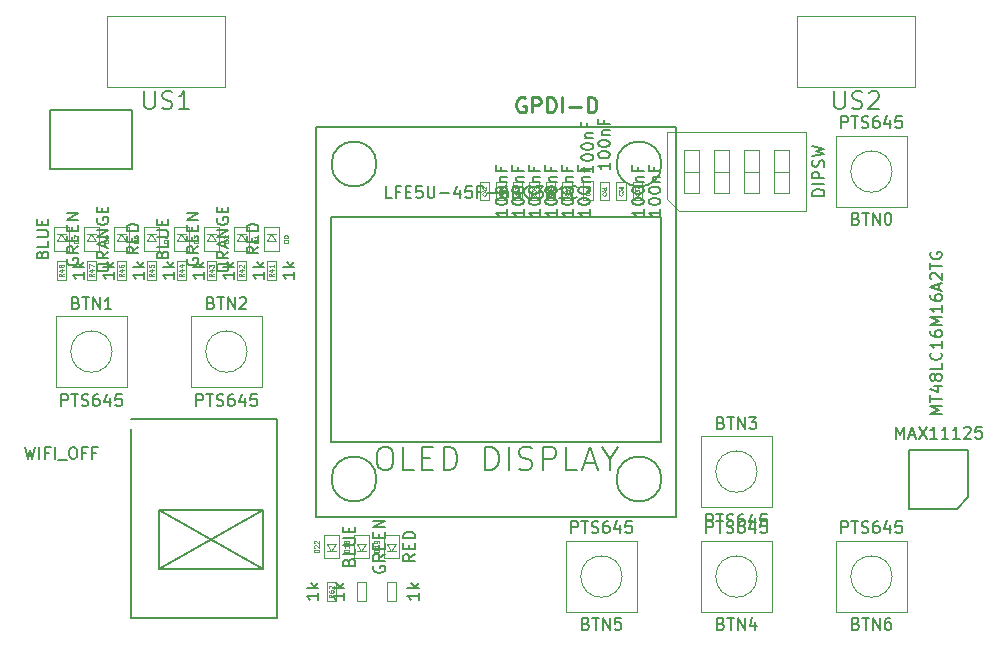
<source format=gbr>
G04 #@! TF.FileFunction,Other,Fab,Top*
%FSLAX46Y46*%
G04 Gerber Fmt 4.6, Leading zero omitted, Abs format (unit mm)*
G04 Created by KiCad (PCBNEW 4.0.7+dfsg1-1) date Fri Feb 23 10:53:27 2018*
%MOMM*%
%LPD*%
G01*
G04 APERTURE LIST*
%ADD10C,0.100000*%
%ADD11C,0.150000*%
%ADD12C,0.075000*%
%ADD13C,0.254000*%
G04 APERTURE END LIST*
D10*
X127990000Y-108880000D02*
X128790000Y-108880000D01*
X127990000Y-110480000D02*
X127990000Y-108880000D01*
X128790000Y-110480000D02*
X127990000Y-110480000D01*
X128790000Y-108880000D02*
X128790000Y-110480000D01*
X131330000Y-110480000D02*
X130530000Y-110480000D01*
X131330000Y-108880000D02*
X131330000Y-110480000D01*
X130530000Y-108880000D02*
X131330000Y-108880000D01*
X130530000Y-110480000D02*
X130530000Y-108880000D01*
X116880000Y-60925000D02*
X116880000Y-66925000D01*
X106880000Y-60925000D02*
X116880000Y-60925000D01*
X106880000Y-66925000D02*
X106880000Y-60925000D01*
X116880000Y-66925000D02*
X106880000Y-66925000D01*
X175300000Y-60925000D02*
X175300000Y-66925000D01*
X165300000Y-60925000D02*
X175300000Y-60925000D01*
X165300000Y-66925000D02*
X165300000Y-60925000D01*
X175300000Y-66925000D02*
X165300000Y-66925000D01*
D11*
X178785000Y-102655000D02*
X174785000Y-102655000D01*
X174785000Y-102655000D02*
X174785000Y-97655000D01*
X174785000Y-97655000D02*
X179785000Y-97655000D01*
X179785000Y-97655000D02*
X179785000Y-101655000D01*
X179785000Y-101655000D02*
X178785000Y-102655000D01*
X153790000Y-73485000D02*
G75*
G03X153790000Y-73485000I-1905000J0D01*
G01*
X129660000Y-73485000D02*
G75*
G03X129660000Y-73485000I-1905000J0D01*
G01*
X129660000Y-100155000D02*
G75*
G03X129660000Y-100155000I-1905000J0D01*
G01*
X153790000Y-100155000D02*
G75*
G03X153790000Y-100155000I-1905000J0D01*
G01*
X153790000Y-77930000D02*
X153790000Y-96980000D01*
X125850000Y-77930000D02*
X153790000Y-77930000D01*
X125850000Y-96980000D02*
X125850000Y-77930000D01*
X153790000Y-96980000D02*
X125850000Y-96980000D01*
X155060000Y-70310000D02*
X155060000Y-103330000D01*
X124580000Y-70310000D02*
X155060000Y-70310000D01*
X124580000Y-103330000D02*
X124580000Y-70310000D01*
X155060000Y-103330000D02*
X124580000Y-103330000D01*
D10*
X174570000Y-77120000D02*
X174570000Y-71120000D01*
X174570000Y-71120000D02*
X168570000Y-71120000D01*
X168570000Y-71120000D02*
X168570000Y-77120000D01*
X168570000Y-77120000D02*
X174570000Y-77120000D01*
X173320714Y-74120000D02*
G75*
G03X173320714Y-74120000I-1750714J0D01*
G01*
X102530000Y-86360000D02*
X102530000Y-92360000D01*
X102530000Y-92360000D02*
X108530000Y-92360000D01*
X108530000Y-92360000D02*
X108530000Y-86360000D01*
X108530000Y-86360000D02*
X102530000Y-86360000D01*
X107280714Y-89360000D02*
G75*
G03X107280714Y-89360000I-1750714J0D01*
G01*
X113960000Y-86360000D02*
X113960000Y-92360000D01*
X113960000Y-92360000D02*
X119960000Y-92360000D01*
X119960000Y-92360000D02*
X119960000Y-86360000D01*
X119960000Y-86360000D02*
X113960000Y-86360000D01*
X118710714Y-89360000D02*
G75*
G03X118710714Y-89360000I-1750714J0D01*
G01*
X157140000Y-96520000D02*
X157140000Y-102520000D01*
X157140000Y-102520000D02*
X163140000Y-102520000D01*
X163140000Y-102520000D02*
X163140000Y-96520000D01*
X163140000Y-96520000D02*
X157140000Y-96520000D01*
X161890714Y-99520000D02*
G75*
G03X161890714Y-99520000I-1750714J0D01*
G01*
X163140000Y-111410000D02*
X163140000Y-105410000D01*
X163140000Y-105410000D02*
X157140000Y-105410000D01*
X157140000Y-105410000D02*
X157140000Y-111410000D01*
X157140000Y-111410000D02*
X163140000Y-111410000D01*
X161890714Y-108410000D02*
G75*
G03X161890714Y-108410000I-1750714J0D01*
G01*
X151710000Y-111410000D02*
X151710000Y-105410000D01*
X151710000Y-105410000D02*
X145710000Y-105410000D01*
X145710000Y-105410000D02*
X145710000Y-111410000D01*
X145710000Y-111410000D02*
X151710000Y-111410000D01*
X150460714Y-108410000D02*
G75*
G03X150460714Y-108410000I-1750714J0D01*
G01*
X174570000Y-111410000D02*
X174570000Y-105410000D01*
X174570000Y-105410000D02*
X168570000Y-105410000D01*
X168570000Y-105410000D02*
X168570000Y-111410000D01*
X168570000Y-111410000D02*
X174570000Y-111410000D01*
X173320714Y-108410000D02*
G75*
G03X173320714Y-108410000I-1750714J0D01*
G01*
X154280000Y-76460000D02*
X154280000Y-70780000D01*
X154280000Y-70780000D02*
X166000000Y-70780000D01*
X166000000Y-70780000D02*
X166000000Y-77460000D01*
X166000000Y-77460000D02*
X155280000Y-77460000D01*
X155280000Y-77460000D02*
X154280000Y-76460000D01*
X155695000Y-75930000D02*
X156965000Y-75930000D01*
X156965000Y-75930000D02*
X156965000Y-72310000D01*
X156965000Y-72310000D02*
X155695000Y-72310000D01*
X155695000Y-72310000D02*
X155695000Y-75930000D01*
X155695000Y-74120000D02*
X156965000Y-74120000D01*
X158235000Y-75930000D02*
X159505000Y-75930000D01*
X159505000Y-75930000D02*
X159505000Y-72310000D01*
X159505000Y-72310000D02*
X158235000Y-72310000D01*
X158235000Y-72310000D02*
X158235000Y-75930000D01*
X158235000Y-74120000D02*
X159505000Y-74120000D01*
X160775000Y-75930000D02*
X162045000Y-75930000D01*
X162045000Y-75930000D02*
X162045000Y-72310000D01*
X162045000Y-72310000D02*
X160775000Y-72310000D01*
X160775000Y-72310000D02*
X160775000Y-75930000D01*
X160775000Y-74120000D02*
X162045000Y-74120000D01*
X163315000Y-75930000D02*
X164585000Y-75930000D01*
X164585000Y-75930000D02*
X164585000Y-72310000D01*
X164585000Y-72310000D02*
X163315000Y-72310000D01*
X163315000Y-72310000D02*
X163315000Y-75930000D01*
X163315000Y-74120000D02*
X164585000Y-74120000D01*
X125450000Y-106270000D02*
X126250000Y-106270000D01*
X125850000Y-106270000D02*
X125450000Y-105670000D01*
X126250000Y-105670000D02*
X125850000Y-106270000D01*
X125450000Y-105670000D02*
X126250000Y-105670000D01*
X126450000Y-104870000D02*
X126450000Y-106870000D01*
X125250000Y-104870000D02*
X126450000Y-104870000D01*
X125250000Y-106870000D02*
X125250000Y-104870000D01*
X126450000Y-106870000D02*
X125250000Y-106870000D01*
X125450000Y-108880000D02*
X126250000Y-108880000D01*
X125450000Y-110480000D02*
X125450000Y-108880000D01*
X126250000Y-110480000D02*
X125450000Y-110480000D01*
X126250000Y-108880000D02*
X126250000Y-110480000D01*
X127990000Y-106270000D02*
X128790000Y-106270000D01*
X128390000Y-106270000D02*
X127990000Y-105670000D01*
X128790000Y-105670000D02*
X128390000Y-106270000D01*
X127990000Y-105670000D02*
X128790000Y-105670000D01*
X128990000Y-104870000D02*
X128990000Y-106870000D01*
X127790000Y-104870000D02*
X128990000Y-104870000D01*
X127790000Y-106870000D02*
X127790000Y-104870000D01*
X128990000Y-106870000D02*
X127790000Y-106870000D01*
X121170000Y-79435000D02*
X120370000Y-79435000D01*
X120770000Y-79435000D02*
X121170000Y-80035000D01*
X120370000Y-80035000D02*
X120770000Y-79435000D01*
X121170000Y-80035000D02*
X120370000Y-80035000D01*
X120170000Y-80835000D02*
X120170000Y-78835000D01*
X121370000Y-80835000D02*
X120170000Y-80835000D01*
X121370000Y-78835000D02*
X121370000Y-80835000D01*
X120170000Y-78835000D02*
X121370000Y-78835000D01*
X118630000Y-79435000D02*
X117830000Y-79435000D01*
X118230000Y-79435000D02*
X118630000Y-80035000D01*
X117830000Y-80035000D02*
X118230000Y-79435000D01*
X118630000Y-80035000D02*
X117830000Y-80035000D01*
X117630000Y-80835000D02*
X117630000Y-78835000D01*
X118830000Y-80835000D02*
X117630000Y-80835000D01*
X118830000Y-78835000D02*
X118830000Y-80835000D01*
X117630000Y-78835000D02*
X118830000Y-78835000D01*
X116090000Y-79435000D02*
X115290000Y-79435000D01*
X115690000Y-79435000D02*
X116090000Y-80035000D01*
X115290000Y-80035000D02*
X115690000Y-79435000D01*
X116090000Y-80035000D02*
X115290000Y-80035000D01*
X115090000Y-80835000D02*
X115090000Y-78835000D01*
X116290000Y-80835000D02*
X115090000Y-80835000D01*
X116290000Y-78835000D02*
X116290000Y-80835000D01*
X115090000Y-78835000D02*
X116290000Y-78835000D01*
X113550000Y-79435000D02*
X112750000Y-79435000D01*
X113150000Y-79435000D02*
X113550000Y-80035000D01*
X112750000Y-80035000D02*
X113150000Y-79435000D01*
X113550000Y-80035000D02*
X112750000Y-80035000D01*
X112550000Y-80835000D02*
X112550000Y-78835000D01*
X113750000Y-80835000D02*
X112550000Y-80835000D01*
X113750000Y-78835000D02*
X113750000Y-80835000D01*
X112550000Y-78835000D02*
X113750000Y-78835000D01*
X111010000Y-79435000D02*
X110210000Y-79435000D01*
X110610000Y-79435000D02*
X111010000Y-80035000D01*
X110210000Y-80035000D02*
X110610000Y-79435000D01*
X111010000Y-80035000D02*
X110210000Y-80035000D01*
X110010000Y-80835000D02*
X110010000Y-78835000D01*
X111210000Y-80835000D02*
X110010000Y-80835000D01*
X111210000Y-78835000D02*
X111210000Y-80835000D01*
X110010000Y-78835000D02*
X111210000Y-78835000D01*
X108470000Y-79435000D02*
X107670000Y-79435000D01*
X108070000Y-79435000D02*
X108470000Y-80035000D01*
X107670000Y-80035000D02*
X108070000Y-79435000D01*
X108470000Y-80035000D02*
X107670000Y-80035000D01*
X107470000Y-80835000D02*
X107470000Y-78835000D01*
X108670000Y-80835000D02*
X107470000Y-80835000D01*
X108670000Y-78835000D02*
X108670000Y-80835000D01*
X107470000Y-78835000D02*
X108670000Y-78835000D01*
X105930000Y-79435000D02*
X105130000Y-79435000D01*
X105530000Y-79435000D02*
X105930000Y-80035000D01*
X105130000Y-80035000D02*
X105530000Y-79435000D01*
X105930000Y-80035000D02*
X105130000Y-80035000D01*
X104930000Y-80835000D02*
X104930000Y-78835000D01*
X106130000Y-80835000D02*
X104930000Y-80835000D01*
X106130000Y-78835000D02*
X106130000Y-80835000D01*
X104930000Y-78835000D02*
X106130000Y-78835000D01*
X103390000Y-79435000D02*
X102590000Y-79435000D01*
X102990000Y-79435000D02*
X103390000Y-80035000D01*
X102590000Y-80035000D02*
X102990000Y-79435000D01*
X103390000Y-80035000D02*
X102590000Y-80035000D01*
X102390000Y-80835000D02*
X102390000Y-78835000D01*
X103590000Y-80835000D02*
X102390000Y-80835000D01*
X103590000Y-78835000D02*
X103590000Y-80835000D01*
X102390000Y-78835000D02*
X103590000Y-78835000D01*
X130530000Y-106270000D02*
X131330000Y-106270000D01*
X130930000Y-106270000D02*
X130530000Y-105670000D01*
X131330000Y-105670000D02*
X130930000Y-106270000D01*
X130530000Y-105670000D02*
X131330000Y-105670000D01*
X131530000Y-104870000D02*
X131530000Y-106870000D01*
X130330000Y-104870000D02*
X131530000Y-104870000D01*
X130330000Y-106870000D02*
X130330000Y-104870000D01*
X131530000Y-106870000D02*
X130330000Y-106870000D01*
D11*
X120050000Y-102800000D02*
X111250000Y-107750000D01*
X120050000Y-107750000D02*
X111250000Y-102800000D01*
X120050000Y-102800000D02*
X120050000Y-107750000D01*
X111250000Y-102800000D02*
X111250000Y-107750000D01*
X111250000Y-107750000D02*
X120050000Y-107750000D01*
X120050000Y-102800000D02*
X111250000Y-102800000D01*
X121200000Y-95100000D02*
X108900000Y-95100000D01*
X121200000Y-111900000D02*
X121200000Y-95100000D01*
X108900000Y-111900000D02*
X121200000Y-111900000D01*
X108900000Y-95950000D02*
X108900000Y-111900000D01*
X109000000Y-68920000D02*
X109000000Y-73920000D01*
X102000000Y-68920000D02*
X109000000Y-68920000D01*
X102000000Y-73920000D02*
X102000000Y-68920000D01*
X109000000Y-73920000D02*
X102000000Y-73920000D01*
D10*
X121170000Y-83302000D02*
X120370000Y-83302000D01*
X121170000Y-81702000D02*
X121170000Y-83302000D01*
X120370000Y-81702000D02*
X121170000Y-81702000D01*
X120370000Y-83302000D02*
X120370000Y-81702000D01*
X118630000Y-83302000D02*
X117830000Y-83302000D01*
X118630000Y-81702000D02*
X118630000Y-83302000D01*
X117830000Y-81702000D02*
X118630000Y-81702000D01*
X117830000Y-83302000D02*
X117830000Y-81702000D01*
X116090000Y-83302000D02*
X115290000Y-83302000D01*
X116090000Y-81702000D02*
X116090000Y-83302000D01*
X115290000Y-81702000D02*
X116090000Y-81702000D01*
X115290000Y-83302000D02*
X115290000Y-81702000D01*
X113550000Y-83302000D02*
X112750000Y-83302000D01*
X113550000Y-81702000D02*
X113550000Y-83302000D01*
X112750000Y-81702000D02*
X113550000Y-81702000D01*
X112750000Y-83302000D02*
X112750000Y-81702000D01*
X111010000Y-83302000D02*
X110210000Y-83302000D01*
X111010000Y-81702000D02*
X111010000Y-83302000D01*
X110210000Y-81702000D02*
X111010000Y-81702000D01*
X110210000Y-83302000D02*
X110210000Y-81702000D01*
X108470000Y-83302000D02*
X107670000Y-83302000D01*
X108470000Y-81702000D02*
X108470000Y-83302000D01*
X107670000Y-81702000D02*
X108470000Y-81702000D01*
X107670000Y-83302000D02*
X107670000Y-81702000D01*
X105930000Y-83302000D02*
X105130000Y-83302000D01*
X105930000Y-81702000D02*
X105930000Y-83302000D01*
X105130000Y-81702000D02*
X105930000Y-81702000D01*
X105130000Y-83302000D02*
X105130000Y-81702000D01*
X103390000Y-83302000D02*
X102590000Y-83302000D01*
X103390000Y-81702000D02*
X103390000Y-83302000D01*
X102590000Y-81702000D02*
X103390000Y-81702000D01*
X102590000Y-83302000D02*
X102590000Y-81702000D01*
X149961000Y-76571000D02*
X149961000Y-74971000D01*
X149961000Y-74971000D02*
X150761000Y-74971000D01*
X150761000Y-74971000D02*
X150761000Y-76571000D01*
X150761000Y-76571000D02*
X149961000Y-76571000D01*
X151358000Y-76571000D02*
X151358000Y-74971000D01*
X151358000Y-74971000D02*
X152158000Y-74971000D01*
X152158000Y-74971000D02*
X152158000Y-76571000D01*
X152158000Y-76571000D02*
X151358000Y-76571000D01*
X139801000Y-76571000D02*
X139801000Y-74971000D01*
X139801000Y-74971000D02*
X140601000Y-74971000D01*
X140601000Y-74971000D02*
X140601000Y-76571000D01*
X140601000Y-76571000D02*
X139801000Y-76571000D01*
X142595000Y-76571000D02*
X142595000Y-74971000D01*
X142595000Y-74971000D02*
X143395000Y-74971000D01*
X143395000Y-74971000D02*
X143395000Y-76571000D01*
X143395000Y-76571000D02*
X142595000Y-76571000D01*
X145389000Y-76571000D02*
X145389000Y-74971000D01*
X145389000Y-74971000D02*
X146189000Y-74971000D01*
X146189000Y-74971000D02*
X146189000Y-76571000D01*
X146189000Y-76571000D02*
X145389000Y-76571000D01*
X148564000Y-76571000D02*
X148564000Y-74971000D01*
X148564000Y-74971000D02*
X149364000Y-74971000D01*
X149364000Y-74971000D02*
X149364000Y-76571000D01*
X149364000Y-76571000D02*
X148564000Y-76571000D01*
X138404000Y-76571000D02*
X138404000Y-74971000D01*
X138404000Y-74971000D02*
X139204000Y-74971000D01*
X139204000Y-74971000D02*
X139204000Y-76571000D01*
X139204000Y-76571000D02*
X138404000Y-76571000D01*
X141198000Y-76571000D02*
X141198000Y-74971000D01*
X141198000Y-74971000D02*
X141998000Y-74971000D01*
X141998000Y-74971000D02*
X141998000Y-76571000D01*
X141998000Y-76571000D02*
X141198000Y-76571000D01*
X143992000Y-76571000D02*
X143992000Y-74971000D01*
X143992000Y-74971000D02*
X144792000Y-74971000D01*
X144792000Y-74971000D02*
X144792000Y-76571000D01*
X144792000Y-76571000D02*
X143992000Y-76571000D01*
X147167000Y-76559000D02*
X147167000Y-74959000D01*
X147167000Y-74959000D02*
X147967000Y-74959000D01*
X147967000Y-74959000D02*
X147967000Y-76559000D01*
X147967000Y-76559000D02*
X147167000Y-76559000D01*
D11*
X99894762Y-97448381D02*
X100132857Y-98448381D01*
X100323334Y-97734095D01*
X100513810Y-98448381D01*
X100751905Y-97448381D01*
X101132857Y-98448381D02*
X101132857Y-97448381D01*
X101942381Y-97924571D02*
X101609047Y-97924571D01*
X101609047Y-98448381D02*
X101609047Y-97448381D01*
X102085238Y-97448381D01*
X102466190Y-98448381D02*
X102466190Y-97448381D01*
X102704285Y-98543619D02*
X103466190Y-98543619D01*
X103894761Y-97448381D02*
X104085238Y-97448381D01*
X104180476Y-97496000D01*
X104275714Y-97591238D01*
X104323333Y-97781714D01*
X104323333Y-98115048D01*
X104275714Y-98305524D01*
X104180476Y-98400762D01*
X104085238Y-98448381D01*
X103894761Y-98448381D01*
X103799523Y-98400762D01*
X103704285Y-98305524D01*
X103656666Y-98115048D01*
X103656666Y-97781714D01*
X103704285Y-97591238D01*
X103799523Y-97496000D01*
X103894761Y-97448381D01*
X105085238Y-97924571D02*
X104751904Y-97924571D01*
X104751904Y-98448381D02*
X104751904Y-97448381D01*
X105228095Y-97448381D01*
X105942381Y-97924571D02*
X105609047Y-97924571D01*
X105609047Y-98448381D02*
X105609047Y-97448381D01*
X106085238Y-97448381D01*
X126942381Y-109799047D02*
X126942381Y-110370476D01*
X126942381Y-110084762D02*
X125942381Y-110084762D01*
X126085238Y-110180000D01*
X126180476Y-110275238D01*
X126228095Y-110370476D01*
X126942381Y-109370476D02*
X125942381Y-109370476D01*
X126561429Y-109275238D02*
X126942381Y-108989523D01*
X126275714Y-108989523D02*
X126656667Y-109370476D01*
X133282381Y-109799047D02*
X133282381Y-110370476D01*
X133282381Y-110084762D02*
X132282381Y-110084762D01*
X132425238Y-110180000D01*
X132520476Y-110275238D01*
X132568095Y-110370476D01*
X133282381Y-109370476D02*
X132282381Y-109370476D01*
X132901429Y-109275238D02*
X133282381Y-108989523D01*
X132615714Y-108989523D02*
X132996667Y-109370476D01*
X110022858Y-67329571D02*
X110022858Y-68543857D01*
X110094286Y-68686714D01*
X110165715Y-68758143D01*
X110308572Y-68829571D01*
X110594286Y-68829571D01*
X110737144Y-68758143D01*
X110808572Y-68686714D01*
X110880001Y-68543857D01*
X110880001Y-67329571D01*
X111522858Y-68758143D02*
X111737144Y-68829571D01*
X112094287Y-68829571D01*
X112237144Y-68758143D01*
X112308573Y-68686714D01*
X112380001Y-68543857D01*
X112380001Y-68401000D01*
X112308573Y-68258143D01*
X112237144Y-68186714D01*
X112094287Y-68115286D01*
X111808573Y-68043857D01*
X111665715Y-67972429D01*
X111594287Y-67901000D01*
X111522858Y-67758143D01*
X111522858Y-67615286D01*
X111594287Y-67472429D01*
X111665715Y-67401000D01*
X111808573Y-67329571D01*
X112165715Y-67329571D01*
X112380001Y-67401000D01*
X113808572Y-68829571D02*
X112951429Y-68829571D01*
X113380001Y-68829571D02*
X113380001Y-67329571D01*
X113237144Y-67543857D01*
X113094286Y-67686714D01*
X112951429Y-67758143D01*
X168442858Y-67329571D02*
X168442858Y-68543857D01*
X168514286Y-68686714D01*
X168585715Y-68758143D01*
X168728572Y-68829571D01*
X169014286Y-68829571D01*
X169157144Y-68758143D01*
X169228572Y-68686714D01*
X169300001Y-68543857D01*
X169300001Y-67329571D01*
X169942858Y-68758143D02*
X170157144Y-68829571D01*
X170514287Y-68829571D01*
X170657144Y-68758143D01*
X170728573Y-68686714D01*
X170800001Y-68543857D01*
X170800001Y-68401000D01*
X170728573Y-68258143D01*
X170657144Y-68186714D01*
X170514287Y-68115286D01*
X170228573Y-68043857D01*
X170085715Y-67972429D01*
X170014287Y-67901000D01*
X169942858Y-67758143D01*
X169942858Y-67615286D01*
X170014287Y-67472429D01*
X170085715Y-67401000D01*
X170228573Y-67329571D01*
X170585715Y-67329571D01*
X170800001Y-67401000D01*
X171371429Y-67472429D02*
X171442858Y-67401000D01*
X171585715Y-67329571D01*
X171942858Y-67329571D01*
X172085715Y-67401000D01*
X172157144Y-67472429D01*
X172228572Y-67615286D01*
X172228572Y-67758143D01*
X172157144Y-67972429D01*
X171300001Y-68829571D01*
X172228572Y-68829571D01*
X173665952Y-96732381D02*
X173665952Y-95732381D01*
X173999286Y-96446667D01*
X174332619Y-95732381D01*
X174332619Y-96732381D01*
X174761190Y-96446667D02*
X175237381Y-96446667D01*
X174665952Y-96732381D02*
X174999285Y-95732381D01*
X175332619Y-96732381D01*
X175570714Y-95732381D02*
X176237381Y-96732381D01*
X176237381Y-95732381D02*
X175570714Y-96732381D01*
X177142143Y-96732381D02*
X176570714Y-96732381D01*
X176856428Y-96732381D02*
X176856428Y-95732381D01*
X176761190Y-95875238D01*
X176665952Y-95970476D01*
X176570714Y-96018095D01*
X178094524Y-96732381D02*
X177523095Y-96732381D01*
X177808809Y-96732381D02*
X177808809Y-95732381D01*
X177713571Y-95875238D01*
X177618333Y-95970476D01*
X177523095Y-96018095D01*
X179046905Y-96732381D02*
X178475476Y-96732381D01*
X178761190Y-96732381D02*
X178761190Y-95732381D01*
X178665952Y-95875238D01*
X178570714Y-95970476D01*
X178475476Y-96018095D01*
X179427857Y-95827619D02*
X179475476Y-95780000D01*
X179570714Y-95732381D01*
X179808810Y-95732381D01*
X179904048Y-95780000D01*
X179951667Y-95827619D01*
X179999286Y-95922857D01*
X179999286Y-96018095D01*
X179951667Y-96160952D01*
X179380238Y-96732381D01*
X179999286Y-96732381D01*
X180904048Y-95732381D02*
X180427857Y-95732381D01*
X180380238Y-96208571D01*
X180427857Y-96160952D01*
X180523095Y-96113333D01*
X180761191Y-96113333D01*
X180856429Y-96160952D01*
X180904048Y-96208571D01*
X180951667Y-96303810D01*
X180951667Y-96541905D01*
X180904048Y-96637143D01*
X180856429Y-96684762D01*
X180761191Y-96732381D01*
X180523095Y-96732381D01*
X180427857Y-96684762D01*
X180380238Y-96637143D01*
X130200952Y-97408762D02*
X130581904Y-97408762D01*
X130772380Y-97504000D01*
X130962857Y-97694476D01*
X131058095Y-98075429D01*
X131058095Y-98742095D01*
X130962857Y-99123048D01*
X130772380Y-99313524D01*
X130581904Y-99408762D01*
X130200952Y-99408762D01*
X130010476Y-99313524D01*
X129819999Y-99123048D01*
X129724761Y-98742095D01*
X129724761Y-98075429D01*
X129819999Y-97694476D01*
X130010476Y-97504000D01*
X130200952Y-97408762D01*
X132867618Y-99408762D02*
X131915237Y-99408762D01*
X131915237Y-97408762D01*
X133534285Y-98361143D02*
X134200952Y-98361143D01*
X134486666Y-99408762D02*
X133534285Y-99408762D01*
X133534285Y-97408762D01*
X134486666Y-97408762D01*
X135343809Y-99408762D02*
X135343809Y-97408762D01*
X135820000Y-97408762D01*
X136105714Y-97504000D01*
X136296190Y-97694476D01*
X136391429Y-97884952D01*
X136486667Y-98265905D01*
X136486667Y-98551619D01*
X136391429Y-98932571D01*
X136296190Y-99123048D01*
X136105714Y-99313524D01*
X135820000Y-99408762D01*
X135343809Y-99408762D01*
X138867619Y-99408762D02*
X138867619Y-97408762D01*
X139343810Y-97408762D01*
X139629524Y-97504000D01*
X139820000Y-97694476D01*
X139915239Y-97884952D01*
X140010477Y-98265905D01*
X140010477Y-98551619D01*
X139915239Y-98932571D01*
X139820000Y-99123048D01*
X139629524Y-99313524D01*
X139343810Y-99408762D01*
X138867619Y-99408762D01*
X140867619Y-99408762D02*
X140867619Y-97408762D01*
X141724762Y-99313524D02*
X142010477Y-99408762D01*
X142486667Y-99408762D01*
X142677143Y-99313524D01*
X142772381Y-99218286D01*
X142867620Y-99027810D01*
X142867620Y-98837333D01*
X142772381Y-98646857D01*
X142677143Y-98551619D01*
X142486667Y-98456381D01*
X142105715Y-98361143D01*
X141915239Y-98265905D01*
X141820000Y-98170667D01*
X141724762Y-97980190D01*
X141724762Y-97789714D01*
X141820000Y-97599238D01*
X141915239Y-97504000D01*
X142105715Y-97408762D01*
X142581905Y-97408762D01*
X142867620Y-97504000D01*
X143724762Y-99408762D02*
X143724762Y-97408762D01*
X144486667Y-97408762D01*
X144677143Y-97504000D01*
X144772382Y-97599238D01*
X144867620Y-97789714D01*
X144867620Y-98075429D01*
X144772382Y-98265905D01*
X144677143Y-98361143D01*
X144486667Y-98456381D01*
X143724762Y-98456381D01*
X146677143Y-99408762D02*
X145724762Y-99408762D01*
X145724762Y-97408762D01*
X147248572Y-98837333D02*
X148200953Y-98837333D01*
X147058096Y-99408762D02*
X147724763Y-97408762D01*
X148391430Y-99408762D01*
X149439049Y-98456381D02*
X149439049Y-99408762D01*
X148772382Y-97408762D02*
X149439049Y-98456381D01*
X150105716Y-97408762D01*
X169022381Y-70422381D02*
X169022381Y-69422381D01*
X169403334Y-69422381D01*
X169498572Y-69470000D01*
X169546191Y-69517619D01*
X169593810Y-69612857D01*
X169593810Y-69755714D01*
X169546191Y-69850952D01*
X169498572Y-69898571D01*
X169403334Y-69946190D01*
X169022381Y-69946190D01*
X169879524Y-69422381D02*
X170450953Y-69422381D01*
X170165238Y-70422381D02*
X170165238Y-69422381D01*
X170736667Y-70374762D02*
X170879524Y-70422381D01*
X171117620Y-70422381D01*
X171212858Y-70374762D01*
X171260477Y-70327143D01*
X171308096Y-70231905D01*
X171308096Y-70136667D01*
X171260477Y-70041429D01*
X171212858Y-69993810D01*
X171117620Y-69946190D01*
X170927143Y-69898571D01*
X170831905Y-69850952D01*
X170784286Y-69803333D01*
X170736667Y-69708095D01*
X170736667Y-69612857D01*
X170784286Y-69517619D01*
X170831905Y-69470000D01*
X170927143Y-69422381D01*
X171165239Y-69422381D01*
X171308096Y-69470000D01*
X172165239Y-69422381D02*
X171974762Y-69422381D01*
X171879524Y-69470000D01*
X171831905Y-69517619D01*
X171736667Y-69660476D01*
X171689048Y-69850952D01*
X171689048Y-70231905D01*
X171736667Y-70327143D01*
X171784286Y-70374762D01*
X171879524Y-70422381D01*
X172070001Y-70422381D01*
X172165239Y-70374762D01*
X172212858Y-70327143D01*
X172260477Y-70231905D01*
X172260477Y-69993810D01*
X172212858Y-69898571D01*
X172165239Y-69850952D01*
X172070001Y-69803333D01*
X171879524Y-69803333D01*
X171784286Y-69850952D01*
X171736667Y-69898571D01*
X171689048Y-69993810D01*
X173117620Y-69755714D02*
X173117620Y-70422381D01*
X172879524Y-69374762D02*
X172641429Y-70089048D01*
X173260477Y-70089048D01*
X174117620Y-69422381D02*
X173641429Y-69422381D01*
X173593810Y-69898571D01*
X173641429Y-69850952D01*
X173736667Y-69803333D01*
X173974763Y-69803333D01*
X174070001Y-69850952D01*
X174117620Y-69898571D01*
X174165239Y-69993810D01*
X174165239Y-70231905D01*
X174117620Y-70327143D01*
X174070001Y-70374762D01*
X173974763Y-70422381D01*
X173736667Y-70422381D01*
X173641429Y-70374762D01*
X173593810Y-70327143D01*
X170260477Y-78098571D02*
X170403334Y-78146190D01*
X170450953Y-78193810D01*
X170498572Y-78289048D01*
X170498572Y-78431905D01*
X170450953Y-78527143D01*
X170403334Y-78574762D01*
X170308096Y-78622381D01*
X169927143Y-78622381D01*
X169927143Y-77622381D01*
X170260477Y-77622381D01*
X170355715Y-77670000D01*
X170403334Y-77717619D01*
X170450953Y-77812857D01*
X170450953Y-77908095D01*
X170403334Y-78003333D01*
X170355715Y-78050952D01*
X170260477Y-78098571D01*
X169927143Y-78098571D01*
X170784286Y-77622381D02*
X171355715Y-77622381D01*
X171070000Y-78622381D02*
X171070000Y-77622381D01*
X171689048Y-78622381D02*
X171689048Y-77622381D01*
X172260477Y-78622381D01*
X172260477Y-77622381D01*
X172927143Y-77622381D02*
X173022382Y-77622381D01*
X173117620Y-77670000D01*
X173165239Y-77717619D01*
X173212858Y-77812857D01*
X173260477Y-78003333D01*
X173260477Y-78241429D01*
X173212858Y-78431905D01*
X173165239Y-78527143D01*
X173117620Y-78574762D01*
X173022382Y-78622381D01*
X172927143Y-78622381D01*
X172831905Y-78574762D01*
X172784286Y-78527143D01*
X172736667Y-78431905D01*
X172689048Y-78241429D01*
X172689048Y-78003333D01*
X172736667Y-77812857D01*
X172784286Y-77717619D01*
X172831905Y-77670000D01*
X172927143Y-77622381D01*
X102982381Y-93962381D02*
X102982381Y-92962381D01*
X103363334Y-92962381D01*
X103458572Y-93010000D01*
X103506191Y-93057619D01*
X103553810Y-93152857D01*
X103553810Y-93295714D01*
X103506191Y-93390952D01*
X103458572Y-93438571D01*
X103363334Y-93486190D01*
X102982381Y-93486190D01*
X103839524Y-92962381D02*
X104410953Y-92962381D01*
X104125238Y-93962381D02*
X104125238Y-92962381D01*
X104696667Y-93914762D02*
X104839524Y-93962381D01*
X105077620Y-93962381D01*
X105172858Y-93914762D01*
X105220477Y-93867143D01*
X105268096Y-93771905D01*
X105268096Y-93676667D01*
X105220477Y-93581429D01*
X105172858Y-93533810D01*
X105077620Y-93486190D01*
X104887143Y-93438571D01*
X104791905Y-93390952D01*
X104744286Y-93343333D01*
X104696667Y-93248095D01*
X104696667Y-93152857D01*
X104744286Y-93057619D01*
X104791905Y-93010000D01*
X104887143Y-92962381D01*
X105125239Y-92962381D01*
X105268096Y-93010000D01*
X106125239Y-92962381D02*
X105934762Y-92962381D01*
X105839524Y-93010000D01*
X105791905Y-93057619D01*
X105696667Y-93200476D01*
X105649048Y-93390952D01*
X105649048Y-93771905D01*
X105696667Y-93867143D01*
X105744286Y-93914762D01*
X105839524Y-93962381D01*
X106030001Y-93962381D01*
X106125239Y-93914762D01*
X106172858Y-93867143D01*
X106220477Y-93771905D01*
X106220477Y-93533810D01*
X106172858Y-93438571D01*
X106125239Y-93390952D01*
X106030001Y-93343333D01*
X105839524Y-93343333D01*
X105744286Y-93390952D01*
X105696667Y-93438571D01*
X105649048Y-93533810D01*
X107077620Y-93295714D02*
X107077620Y-93962381D01*
X106839524Y-92914762D02*
X106601429Y-93629048D01*
X107220477Y-93629048D01*
X108077620Y-92962381D02*
X107601429Y-92962381D01*
X107553810Y-93438571D01*
X107601429Y-93390952D01*
X107696667Y-93343333D01*
X107934763Y-93343333D01*
X108030001Y-93390952D01*
X108077620Y-93438571D01*
X108125239Y-93533810D01*
X108125239Y-93771905D01*
X108077620Y-93867143D01*
X108030001Y-93914762D01*
X107934763Y-93962381D01*
X107696667Y-93962381D01*
X107601429Y-93914762D01*
X107553810Y-93867143D01*
X104220477Y-85238571D02*
X104363334Y-85286190D01*
X104410953Y-85333810D01*
X104458572Y-85429048D01*
X104458572Y-85571905D01*
X104410953Y-85667143D01*
X104363334Y-85714762D01*
X104268096Y-85762381D01*
X103887143Y-85762381D01*
X103887143Y-84762381D01*
X104220477Y-84762381D01*
X104315715Y-84810000D01*
X104363334Y-84857619D01*
X104410953Y-84952857D01*
X104410953Y-85048095D01*
X104363334Y-85143333D01*
X104315715Y-85190952D01*
X104220477Y-85238571D01*
X103887143Y-85238571D01*
X104744286Y-84762381D02*
X105315715Y-84762381D01*
X105030000Y-85762381D02*
X105030000Y-84762381D01*
X105649048Y-85762381D02*
X105649048Y-84762381D01*
X106220477Y-85762381D01*
X106220477Y-84762381D01*
X107220477Y-85762381D02*
X106649048Y-85762381D01*
X106934762Y-85762381D02*
X106934762Y-84762381D01*
X106839524Y-84905238D01*
X106744286Y-85000476D01*
X106649048Y-85048095D01*
X114412381Y-93962381D02*
X114412381Y-92962381D01*
X114793334Y-92962381D01*
X114888572Y-93010000D01*
X114936191Y-93057619D01*
X114983810Y-93152857D01*
X114983810Y-93295714D01*
X114936191Y-93390952D01*
X114888572Y-93438571D01*
X114793334Y-93486190D01*
X114412381Y-93486190D01*
X115269524Y-92962381D02*
X115840953Y-92962381D01*
X115555238Y-93962381D02*
X115555238Y-92962381D01*
X116126667Y-93914762D02*
X116269524Y-93962381D01*
X116507620Y-93962381D01*
X116602858Y-93914762D01*
X116650477Y-93867143D01*
X116698096Y-93771905D01*
X116698096Y-93676667D01*
X116650477Y-93581429D01*
X116602858Y-93533810D01*
X116507620Y-93486190D01*
X116317143Y-93438571D01*
X116221905Y-93390952D01*
X116174286Y-93343333D01*
X116126667Y-93248095D01*
X116126667Y-93152857D01*
X116174286Y-93057619D01*
X116221905Y-93010000D01*
X116317143Y-92962381D01*
X116555239Y-92962381D01*
X116698096Y-93010000D01*
X117555239Y-92962381D02*
X117364762Y-92962381D01*
X117269524Y-93010000D01*
X117221905Y-93057619D01*
X117126667Y-93200476D01*
X117079048Y-93390952D01*
X117079048Y-93771905D01*
X117126667Y-93867143D01*
X117174286Y-93914762D01*
X117269524Y-93962381D01*
X117460001Y-93962381D01*
X117555239Y-93914762D01*
X117602858Y-93867143D01*
X117650477Y-93771905D01*
X117650477Y-93533810D01*
X117602858Y-93438571D01*
X117555239Y-93390952D01*
X117460001Y-93343333D01*
X117269524Y-93343333D01*
X117174286Y-93390952D01*
X117126667Y-93438571D01*
X117079048Y-93533810D01*
X118507620Y-93295714D02*
X118507620Y-93962381D01*
X118269524Y-92914762D02*
X118031429Y-93629048D01*
X118650477Y-93629048D01*
X119507620Y-92962381D02*
X119031429Y-92962381D01*
X118983810Y-93438571D01*
X119031429Y-93390952D01*
X119126667Y-93343333D01*
X119364763Y-93343333D01*
X119460001Y-93390952D01*
X119507620Y-93438571D01*
X119555239Y-93533810D01*
X119555239Y-93771905D01*
X119507620Y-93867143D01*
X119460001Y-93914762D01*
X119364763Y-93962381D01*
X119126667Y-93962381D01*
X119031429Y-93914762D01*
X118983810Y-93867143D01*
X115650477Y-85238571D02*
X115793334Y-85286190D01*
X115840953Y-85333810D01*
X115888572Y-85429048D01*
X115888572Y-85571905D01*
X115840953Y-85667143D01*
X115793334Y-85714762D01*
X115698096Y-85762381D01*
X115317143Y-85762381D01*
X115317143Y-84762381D01*
X115650477Y-84762381D01*
X115745715Y-84810000D01*
X115793334Y-84857619D01*
X115840953Y-84952857D01*
X115840953Y-85048095D01*
X115793334Y-85143333D01*
X115745715Y-85190952D01*
X115650477Y-85238571D01*
X115317143Y-85238571D01*
X116174286Y-84762381D02*
X116745715Y-84762381D01*
X116460000Y-85762381D02*
X116460000Y-84762381D01*
X117079048Y-85762381D02*
X117079048Y-84762381D01*
X117650477Y-85762381D01*
X117650477Y-84762381D01*
X118079048Y-84857619D02*
X118126667Y-84810000D01*
X118221905Y-84762381D01*
X118460001Y-84762381D01*
X118555239Y-84810000D01*
X118602858Y-84857619D01*
X118650477Y-84952857D01*
X118650477Y-85048095D01*
X118602858Y-85190952D01*
X118031429Y-85762381D01*
X118650477Y-85762381D01*
X157592381Y-104122381D02*
X157592381Y-103122381D01*
X157973334Y-103122381D01*
X158068572Y-103170000D01*
X158116191Y-103217619D01*
X158163810Y-103312857D01*
X158163810Y-103455714D01*
X158116191Y-103550952D01*
X158068572Y-103598571D01*
X157973334Y-103646190D01*
X157592381Y-103646190D01*
X158449524Y-103122381D02*
X159020953Y-103122381D01*
X158735238Y-104122381D02*
X158735238Y-103122381D01*
X159306667Y-104074762D02*
X159449524Y-104122381D01*
X159687620Y-104122381D01*
X159782858Y-104074762D01*
X159830477Y-104027143D01*
X159878096Y-103931905D01*
X159878096Y-103836667D01*
X159830477Y-103741429D01*
X159782858Y-103693810D01*
X159687620Y-103646190D01*
X159497143Y-103598571D01*
X159401905Y-103550952D01*
X159354286Y-103503333D01*
X159306667Y-103408095D01*
X159306667Y-103312857D01*
X159354286Y-103217619D01*
X159401905Y-103170000D01*
X159497143Y-103122381D01*
X159735239Y-103122381D01*
X159878096Y-103170000D01*
X160735239Y-103122381D02*
X160544762Y-103122381D01*
X160449524Y-103170000D01*
X160401905Y-103217619D01*
X160306667Y-103360476D01*
X160259048Y-103550952D01*
X160259048Y-103931905D01*
X160306667Y-104027143D01*
X160354286Y-104074762D01*
X160449524Y-104122381D01*
X160640001Y-104122381D01*
X160735239Y-104074762D01*
X160782858Y-104027143D01*
X160830477Y-103931905D01*
X160830477Y-103693810D01*
X160782858Y-103598571D01*
X160735239Y-103550952D01*
X160640001Y-103503333D01*
X160449524Y-103503333D01*
X160354286Y-103550952D01*
X160306667Y-103598571D01*
X160259048Y-103693810D01*
X161687620Y-103455714D02*
X161687620Y-104122381D01*
X161449524Y-103074762D02*
X161211429Y-103789048D01*
X161830477Y-103789048D01*
X162687620Y-103122381D02*
X162211429Y-103122381D01*
X162163810Y-103598571D01*
X162211429Y-103550952D01*
X162306667Y-103503333D01*
X162544763Y-103503333D01*
X162640001Y-103550952D01*
X162687620Y-103598571D01*
X162735239Y-103693810D01*
X162735239Y-103931905D01*
X162687620Y-104027143D01*
X162640001Y-104074762D01*
X162544763Y-104122381D01*
X162306667Y-104122381D01*
X162211429Y-104074762D01*
X162163810Y-104027143D01*
X158830477Y-95398571D02*
X158973334Y-95446190D01*
X159020953Y-95493810D01*
X159068572Y-95589048D01*
X159068572Y-95731905D01*
X159020953Y-95827143D01*
X158973334Y-95874762D01*
X158878096Y-95922381D01*
X158497143Y-95922381D01*
X158497143Y-94922381D01*
X158830477Y-94922381D01*
X158925715Y-94970000D01*
X158973334Y-95017619D01*
X159020953Y-95112857D01*
X159020953Y-95208095D01*
X158973334Y-95303333D01*
X158925715Y-95350952D01*
X158830477Y-95398571D01*
X158497143Y-95398571D01*
X159354286Y-94922381D02*
X159925715Y-94922381D01*
X159640000Y-95922381D02*
X159640000Y-94922381D01*
X160259048Y-95922381D02*
X160259048Y-94922381D01*
X160830477Y-95922381D01*
X160830477Y-94922381D01*
X161211429Y-94922381D02*
X161830477Y-94922381D01*
X161497143Y-95303333D01*
X161640001Y-95303333D01*
X161735239Y-95350952D01*
X161782858Y-95398571D01*
X161830477Y-95493810D01*
X161830477Y-95731905D01*
X161782858Y-95827143D01*
X161735239Y-95874762D01*
X161640001Y-95922381D01*
X161354286Y-95922381D01*
X161259048Y-95874762D01*
X161211429Y-95827143D01*
X157592381Y-104712381D02*
X157592381Y-103712381D01*
X157973334Y-103712381D01*
X158068572Y-103760000D01*
X158116191Y-103807619D01*
X158163810Y-103902857D01*
X158163810Y-104045714D01*
X158116191Y-104140952D01*
X158068572Y-104188571D01*
X157973334Y-104236190D01*
X157592381Y-104236190D01*
X158449524Y-103712381D02*
X159020953Y-103712381D01*
X158735238Y-104712381D02*
X158735238Y-103712381D01*
X159306667Y-104664762D02*
X159449524Y-104712381D01*
X159687620Y-104712381D01*
X159782858Y-104664762D01*
X159830477Y-104617143D01*
X159878096Y-104521905D01*
X159878096Y-104426667D01*
X159830477Y-104331429D01*
X159782858Y-104283810D01*
X159687620Y-104236190D01*
X159497143Y-104188571D01*
X159401905Y-104140952D01*
X159354286Y-104093333D01*
X159306667Y-103998095D01*
X159306667Y-103902857D01*
X159354286Y-103807619D01*
X159401905Y-103760000D01*
X159497143Y-103712381D01*
X159735239Y-103712381D01*
X159878096Y-103760000D01*
X160735239Y-103712381D02*
X160544762Y-103712381D01*
X160449524Y-103760000D01*
X160401905Y-103807619D01*
X160306667Y-103950476D01*
X160259048Y-104140952D01*
X160259048Y-104521905D01*
X160306667Y-104617143D01*
X160354286Y-104664762D01*
X160449524Y-104712381D01*
X160640001Y-104712381D01*
X160735239Y-104664762D01*
X160782858Y-104617143D01*
X160830477Y-104521905D01*
X160830477Y-104283810D01*
X160782858Y-104188571D01*
X160735239Y-104140952D01*
X160640001Y-104093333D01*
X160449524Y-104093333D01*
X160354286Y-104140952D01*
X160306667Y-104188571D01*
X160259048Y-104283810D01*
X161687620Y-104045714D02*
X161687620Y-104712381D01*
X161449524Y-103664762D02*
X161211429Y-104379048D01*
X161830477Y-104379048D01*
X162687620Y-103712381D02*
X162211429Y-103712381D01*
X162163810Y-104188571D01*
X162211429Y-104140952D01*
X162306667Y-104093333D01*
X162544763Y-104093333D01*
X162640001Y-104140952D01*
X162687620Y-104188571D01*
X162735239Y-104283810D01*
X162735239Y-104521905D01*
X162687620Y-104617143D01*
X162640001Y-104664762D01*
X162544763Y-104712381D01*
X162306667Y-104712381D01*
X162211429Y-104664762D01*
X162163810Y-104617143D01*
X158830477Y-112388571D02*
X158973334Y-112436190D01*
X159020953Y-112483810D01*
X159068572Y-112579048D01*
X159068572Y-112721905D01*
X159020953Y-112817143D01*
X158973334Y-112864762D01*
X158878096Y-112912381D01*
X158497143Y-112912381D01*
X158497143Y-111912381D01*
X158830477Y-111912381D01*
X158925715Y-111960000D01*
X158973334Y-112007619D01*
X159020953Y-112102857D01*
X159020953Y-112198095D01*
X158973334Y-112293333D01*
X158925715Y-112340952D01*
X158830477Y-112388571D01*
X158497143Y-112388571D01*
X159354286Y-111912381D02*
X159925715Y-111912381D01*
X159640000Y-112912381D02*
X159640000Y-111912381D01*
X160259048Y-112912381D02*
X160259048Y-111912381D01*
X160830477Y-112912381D01*
X160830477Y-111912381D01*
X161735239Y-112245714D02*
X161735239Y-112912381D01*
X161497143Y-111864762D02*
X161259048Y-112579048D01*
X161878096Y-112579048D01*
X146162381Y-104712381D02*
X146162381Y-103712381D01*
X146543334Y-103712381D01*
X146638572Y-103760000D01*
X146686191Y-103807619D01*
X146733810Y-103902857D01*
X146733810Y-104045714D01*
X146686191Y-104140952D01*
X146638572Y-104188571D01*
X146543334Y-104236190D01*
X146162381Y-104236190D01*
X147019524Y-103712381D02*
X147590953Y-103712381D01*
X147305238Y-104712381D02*
X147305238Y-103712381D01*
X147876667Y-104664762D02*
X148019524Y-104712381D01*
X148257620Y-104712381D01*
X148352858Y-104664762D01*
X148400477Y-104617143D01*
X148448096Y-104521905D01*
X148448096Y-104426667D01*
X148400477Y-104331429D01*
X148352858Y-104283810D01*
X148257620Y-104236190D01*
X148067143Y-104188571D01*
X147971905Y-104140952D01*
X147924286Y-104093333D01*
X147876667Y-103998095D01*
X147876667Y-103902857D01*
X147924286Y-103807619D01*
X147971905Y-103760000D01*
X148067143Y-103712381D01*
X148305239Y-103712381D01*
X148448096Y-103760000D01*
X149305239Y-103712381D02*
X149114762Y-103712381D01*
X149019524Y-103760000D01*
X148971905Y-103807619D01*
X148876667Y-103950476D01*
X148829048Y-104140952D01*
X148829048Y-104521905D01*
X148876667Y-104617143D01*
X148924286Y-104664762D01*
X149019524Y-104712381D01*
X149210001Y-104712381D01*
X149305239Y-104664762D01*
X149352858Y-104617143D01*
X149400477Y-104521905D01*
X149400477Y-104283810D01*
X149352858Y-104188571D01*
X149305239Y-104140952D01*
X149210001Y-104093333D01*
X149019524Y-104093333D01*
X148924286Y-104140952D01*
X148876667Y-104188571D01*
X148829048Y-104283810D01*
X150257620Y-104045714D02*
X150257620Y-104712381D01*
X150019524Y-103664762D02*
X149781429Y-104379048D01*
X150400477Y-104379048D01*
X151257620Y-103712381D02*
X150781429Y-103712381D01*
X150733810Y-104188571D01*
X150781429Y-104140952D01*
X150876667Y-104093333D01*
X151114763Y-104093333D01*
X151210001Y-104140952D01*
X151257620Y-104188571D01*
X151305239Y-104283810D01*
X151305239Y-104521905D01*
X151257620Y-104617143D01*
X151210001Y-104664762D01*
X151114763Y-104712381D01*
X150876667Y-104712381D01*
X150781429Y-104664762D01*
X150733810Y-104617143D01*
X147400477Y-112388571D02*
X147543334Y-112436190D01*
X147590953Y-112483810D01*
X147638572Y-112579048D01*
X147638572Y-112721905D01*
X147590953Y-112817143D01*
X147543334Y-112864762D01*
X147448096Y-112912381D01*
X147067143Y-112912381D01*
X147067143Y-111912381D01*
X147400477Y-111912381D01*
X147495715Y-111960000D01*
X147543334Y-112007619D01*
X147590953Y-112102857D01*
X147590953Y-112198095D01*
X147543334Y-112293333D01*
X147495715Y-112340952D01*
X147400477Y-112388571D01*
X147067143Y-112388571D01*
X147924286Y-111912381D02*
X148495715Y-111912381D01*
X148210000Y-112912381D02*
X148210000Y-111912381D01*
X148829048Y-112912381D02*
X148829048Y-111912381D01*
X149400477Y-112912381D01*
X149400477Y-111912381D01*
X150352858Y-111912381D02*
X149876667Y-111912381D01*
X149829048Y-112388571D01*
X149876667Y-112340952D01*
X149971905Y-112293333D01*
X150210001Y-112293333D01*
X150305239Y-112340952D01*
X150352858Y-112388571D01*
X150400477Y-112483810D01*
X150400477Y-112721905D01*
X150352858Y-112817143D01*
X150305239Y-112864762D01*
X150210001Y-112912381D01*
X149971905Y-112912381D01*
X149876667Y-112864762D01*
X149829048Y-112817143D01*
X169022381Y-104712381D02*
X169022381Y-103712381D01*
X169403334Y-103712381D01*
X169498572Y-103760000D01*
X169546191Y-103807619D01*
X169593810Y-103902857D01*
X169593810Y-104045714D01*
X169546191Y-104140952D01*
X169498572Y-104188571D01*
X169403334Y-104236190D01*
X169022381Y-104236190D01*
X169879524Y-103712381D02*
X170450953Y-103712381D01*
X170165238Y-104712381D02*
X170165238Y-103712381D01*
X170736667Y-104664762D02*
X170879524Y-104712381D01*
X171117620Y-104712381D01*
X171212858Y-104664762D01*
X171260477Y-104617143D01*
X171308096Y-104521905D01*
X171308096Y-104426667D01*
X171260477Y-104331429D01*
X171212858Y-104283810D01*
X171117620Y-104236190D01*
X170927143Y-104188571D01*
X170831905Y-104140952D01*
X170784286Y-104093333D01*
X170736667Y-103998095D01*
X170736667Y-103902857D01*
X170784286Y-103807619D01*
X170831905Y-103760000D01*
X170927143Y-103712381D01*
X171165239Y-103712381D01*
X171308096Y-103760000D01*
X172165239Y-103712381D02*
X171974762Y-103712381D01*
X171879524Y-103760000D01*
X171831905Y-103807619D01*
X171736667Y-103950476D01*
X171689048Y-104140952D01*
X171689048Y-104521905D01*
X171736667Y-104617143D01*
X171784286Y-104664762D01*
X171879524Y-104712381D01*
X172070001Y-104712381D01*
X172165239Y-104664762D01*
X172212858Y-104617143D01*
X172260477Y-104521905D01*
X172260477Y-104283810D01*
X172212858Y-104188571D01*
X172165239Y-104140952D01*
X172070001Y-104093333D01*
X171879524Y-104093333D01*
X171784286Y-104140952D01*
X171736667Y-104188571D01*
X171689048Y-104283810D01*
X173117620Y-104045714D02*
X173117620Y-104712381D01*
X172879524Y-103664762D02*
X172641429Y-104379048D01*
X173260477Y-104379048D01*
X174117620Y-103712381D02*
X173641429Y-103712381D01*
X173593810Y-104188571D01*
X173641429Y-104140952D01*
X173736667Y-104093333D01*
X173974763Y-104093333D01*
X174070001Y-104140952D01*
X174117620Y-104188571D01*
X174165239Y-104283810D01*
X174165239Y-104521905D01*
X174117620Y-104617143D01*
X174070001Y-104664762D01*
X173974763Y-104712381D01*
X173736667Y-104712381D01*
X173641429Y-104664762D01*
X173593810Y-104617143D01*
X170260477Y-112388571D02*
X170403334Y-112436190D01*
X170450953Y-112483810D01*
X170498572Y-112579048D01*
X170498572Y-112721905D01*
X170450953Y-112817143D01*
X170403334Y-112864762D01*
X170308096Y-112912381D01*
X169927143Y-112912381D01*
X169927143Y-111912381D01*
X170260477Y-111912381D01*
X170355715Y-111960000D01*
X170403334Y-112007619D01*
X170450953Y-112102857D01*
X170450953Y-112198095D01*
X170403334Y-112293333D01*
X170355715Y-112340952D01*
X170260477Y-112388571D01*
X169927143Y-112388571D01*
X170784286Y-111912381D02*
X171355715Y-111912381D01*
X171070000Y-112912381D02*
X171070000Y-111912381D01*
X171689048Y-112912381D02*
X171689048Y-111912381D01*
X172260477Y-112912381D01*
X172260477Y-111912381D01*
X173165239Y-111912381D02*
X172974762Y-111912381D01*
X172879524Y-111960000D01*
X172831905Y-112007619D01*
X172736667Y-112150476D01*
X172689048Y-112340952D01*
X172689048Y-112721905D01*
X172736667Y-112817143D01*
X172784286Y-112864762D01*
X172879524Y-112912381D01*
X173070001Y-112912381D01*
X173165239Y-112864762D01*
X173212858Y-112817143D01*
X173260477Y-112721905D01*
X173260477Y-112483810D01*
X173212858Y-112388571D01*
X173165239Y-112340952D01*
X173070001Y-112293333D01*
X172879524Y-112293333D01*
X172784286Y-112340952D01*
X172736667Y-112388571D01*
X172689048Y-112483810D01*
X167572381Y-76167619D02*
X166572381Y-76167619D01*
X166572381Y-75929524D01*
X166620000Y-75786666D01*
X166715238Y-75691428D01*
X166810476Y-75643809D01*
X167000952Y-75596190D01*
X167143810Y-75596190D01*
X167334286Y-75643809D01*
X167429524Y-75691428D01*
X167524762Y-75786666D01*
X167572381Y-75929524D01*
X167572381Y-76167619D01*
X167572381Y-75167619D02*
X166572381Y-75167619D01*
X167572381Y-74691429D02*
X166572381Y-74691429D01*
X166572381Y-74310476D01*
X166620000Y-74215238D01*
X166667619Y-74167619D01*
X166762857Y-74120000D01*
X166905714Y-74120000D01*
X167000952Y-74167619D01*
X167048571Y-74215238D01*
X167096190Y-74310476D01*
X167096190Y-74691429D01*
X167524762Y-73739048D02*
X167572381Y-73596191D01*
X167572381Y-73358095D01*
X167524762Y-73262857D01*
X167477143Y-73215238D01*
X167381905Y-73167619D01*
X167286667Y-73167619D01*
X167191429Y-73215238D01*
X167143810Y-73262857D01*
X167096190Y-73358095D01*
X167048571Y-73548572D01*
X167000952Y-73643810D01*
X166953333Y-73691429D01*
X166858095Y-73739048D01*
X166762857Y-73739048D01*
X166667619Y-73691429D01*
X166620000Y-73643810D01*
X166572381Y-73548572D01*
X166572381Y-73310476D01*
X166620000Y-73167619D01*
X166572381Y-72834286D02*
X167572381Y-72596191D01*
X166858095Y-72405714D01*
X167572381Y-72215238D01*
X166572381Y-71977143D01*
X130954762Y-76350381D02*
X130478571Y-76350381D01*
X130478571Y-75350381D01*
X131621429Y-75826571D02*
X131288095Y-75826571D01*
X131288095Y-76350381D02*
X131288095Y-75350381D01*
X131764286Y-75350381D01*
X132145238Y-75826571D02*
X132478572Y-75826571D01*
X132621429Y-76350381D02*
X132145238Y-76350381D01*
X132145238Y-75350381D01*
X132621429Y-75350381D01*
X133526191Y-75350381D02*
X133050000Y-75350381D01*
X133002381Y-75826571D01*
X133050000Y-75778952D01*
X133145238Y-75731333D01*
X133383334Y-75731333D01*
X133478572Y-75778952D01*
X133526191Y-75826571D01*
X133573810Y-75921810D01*
X133573810Y-76159905D01*
X133526191Y-76255143D01*
X133478572Y-76302762D01*
X133383334Y-76350381D01*
X133145238Y-76350381D01*
X133050000Y-76302762D01*
X133002381Y-76255143D01*
X134002381Y-75350381D02*
X134002381Y-76159905D01*
X134050000Y-76255143D01*
X134097619Y-76302762D01*
X134192857Y-76350381D01*
X134383334Y-76350381D01*
X134478572Y-76302762D01*
X134526191Y-76255143D01*
X134573810Y-76159905D01*
X134573810Y-75350381D01*
X135050000Y-75969429D02*
X135811905Y-75969429D01*
X136716667Y-75683714D02*
X136716667Y-76350381D01*
X136478571Y-75302762D02*
X136240476Y-76017048D01*
X136859524Y-76017048D01*
X137716667Y-75350381D02*
X137240476Y-75350381D01*
X137192857Y-75826571D01*
X137240476Y-75778952D01*
X137335714Y-75731333D01*
X137573810Y-75731333D01*
X137669048Y-75778952D01*
X137716667Y-75826571D01*
X137764286Y-75921810D01*
X137764286Y-76159905D01*
X137716667Y-76255143D01*
X137669048Y-76302762D01*
X137573810Y-76350381D01*
X137335714Y-76350381D01*
X137240476Y-76302762D01*
X137192857Y-76255143D01*
X138526191Y-75826571D02*
X138192857Y-75826571D01*
X138192857Y-76350381D02*
X138192857Y-75350381D01*
X138669048Y-75350381D01*
X139050000Y-75969429D02*
X139811905Y-75969429D01*
X140716667Y-75350381D02*
X140526190Y-75350381D01*
X140430952Y-75398000D01*
X140383333Y-75445619D01*
X140288095Y-75588476D01*
X140240476Y-75778952D01*
X140240476Y-76159905D01*
X140288095Y-76255143D01*
X140335714Y-76302762D01*
X140430952Y-76350381D01*
X140621429Y-76350381D01*
X140716667Y-76302762D01*
X140764286Y-76255143D01*
X140811905Y-76159905D01*
X140811905Y-75921810D01*
X140764286Y-75826571D01*
X140716667Y-75778952D01*
X140621429Y-75731333D01*
X140430952Y-75731333D01*
X140335714Y-75778952D01*
X140288095Y-75826571D01*
X140240476Y-75921810D01*
X141573810Y-75826571D02*
X141716667Y-75874190D01*
X141764286Y-75921810D01*
X141811905Y-76017048D01*
X141811905Y-76159905D01*
X141764286Y-76255143D01*
X141716667Y-76302762D01*
X141621429Y-76350381D01*
X141240476Y-76350381D01*
X141240476Y-75350381D01*
X141573810Y-75350381D01*
X141669048Y-75398000D01*
X141716667Y-75445619D01*
X141764286Y-75540857D01*
X141764286Y-75636095D01*
X141716667Y-75731333D01*
X141669048Y-75778952D01*
X141573810Y-75826571D01*
X141240476Y-75826571D01*
X142764286Y-75398000D02*
X142669048Y-75350381D01*
X142526191Y-75350381D01*
X142383333Y-75398000D01*
X142288095Y-75493238D01*
X142240476Y-75588476D01*
X142192857Y-75778952D01*
X142192857Y-75921810D01*
X142240476Y-76112286D01*
X142288095Y-76207524D01*
X142383333Y-76302762D01*
X142526191Y-76350381D01*
X142621429Y-76350381D01*
X142764286Y-76302762D01*
X142811905Y-76255143D01*
X142811905Y-75921810D01*
X142621429Y-75921810D01*
X143145238Y-75350381D02*
X143764286Y-75350381D01*
X143430952Y-75731333D01*
X143573810Y-75731333D01*
X143669048Y-75778952D01*
X143716667Y-75826571D01*
X143764286Y-75921810D01*
X143764286Y-76159905D01*
X143716667Y-76255143D01*
X143669048Y-76302762D01*
X143573810Y-76350381D01*
X143288095Y-76350381D01*
X143192857Y-76302762D01*
X143145238Y-76255143D01*
X144335714Y-75778952D02*
X144240476Y-75731333D01*
X144192857Y-75683714D01*
X144145238Y-75588476D01*
X144145238Y-75540857D01*
X144192857Y-75445619D01*
X144240476Y-75398000D01*
X144335714Y-75350381D01*
X144526191Y-75350381D01*
X144621429Y-75398000D01*
X144669048Y-75445619D01*
X144716667Y-75540857D01*
X144716667Y-75588476D01*
X144669048Y-75683714D01*
X144621429Y-75731333D01*
X144526191Y-75778952D01*
X144335714Y-75778952D01*
X144240476Y-75826571D01*
X144192857Y-75874190D01*
X144145238Y-75969429D01*
X144145238Y-76159905D01*
X144192857Y-76255143D01*
X144240476Y-76302762D01*
X144335714Y-76350381D01*
X144526191Y-76350381D01*
X144621429Y-76302762D01*
X144669048Y-76255143D01*
X144716667Y-76159905D01*
X144716667Y-75969429D01*
X144669048Y-75874190D01*
X144621429Y-75826571D01*
X144526191Y-75778952D01*
X145669048Y-76350381D02*
X145097619Y-76350381D01*
X145383333Y-76350381D02*
X145383333Y-75350381D01*
X145288095Y-75493238D01*
X145192857Y-75588476D01*
X145097619Y-75636095D01*
X146669048Y-76255143D02*
X146621429Y-76302762D01*
X146478572Y-76350381D01*
X146383334Y-76350381D01*
X146240476Y-76302762D01*
X146145238Y-76207524D01*
X146097619Y-76112286D01*
X146050000Y-75921810D01*
X146050000Y-75778952D01*
X146097619Y-75588476D01*
X146145238Y-75493238D01*
X146240476Y-75398000D01*
X146383334Y-75350381D01*
X146478572Y-75350381D01*
X146621429Y-75398000D01*
X146669048Y-75445619D01*
X127328571Y-107179523D02*
X127376190Y-107036666D01*
X127423810Y-106989047D01*
X127519048Y-106941428D01*
X127661905Y-106941428D01*
X127757143Y-106989047D01*
X127804762Y-107036666D01*
X127852381Y-107131904D01*
X127852381Y-107512857D01*
X126852381Y-107512857D01*
X126852381Y-107179523D01*
X126900000Y-107084285D01*
X126947619Y-107036666D01*
X127042857Y-106989047D01*
X127138095Y-106989047D01*
X127233333Y-107036666D01*
X127280952Y-107084285D01*
X127328571Y-107179523D01*
X127328571Y-107512857D01*
X127852381Y-106036666D02*
X127852381Y-106512857D01*
X126852381Y-106512857D01*
X126852381Y-105703333D02*
X127661905Y-105703333D01*
X127757143Y-105655714D01*
X127804762Y-105608095D01*
X127852381Y-105512857D01*
X127852381Y-105322380D01*
X127804762Y-105227142D01*
X127757143Y-105179523D01*
X127661905Y-105131904D01*
X126852381Y-105131904D01*
X127328571Y-104655714D02*
X127328571Y-104322380D01*
X127852381Y-104179523D02*
X127852381Y-104655714D01*
X126852381Y-104655714D01*
X126852381Y-104179523D01*
D10*
X124780952Y-106355714D02*
X124380952Y-106355714D01*
X124380952Y-106260476D01*
X124400000Y-106203333D01*
X124438095Y-106165238D01*
X124476190Y-106146190D01*
X124552381Y-106127142D01*
X124609524Y-106127142D01*
X124685714Y-106146190D01*
X124723810Y-106165238D01*
X124761905Y-106203333D01*
X124780952Y-106260476D01*
X124780952Y-106355714D01*
X124419048Y-105974762D02*
X124400000Y-105955714D01*
X124380952Y-105917619D01*
X124380952Y-105822381D01*
X124400000Y-105784285D01*
X124419048Y-105765238D01*
X124457143Y-105746190D01*
X124495238Y-105746190D01*
X124552381Y-105765238D01*
X124780952Y-105993809D01*
X124780952Y-105746190D01*
X124419048Y-105593810D02*
X124400000Y-105574762D01*
X124380952Y-105536667D01*
X124380952Y-105441429D01*
X124400000Y-105403333D01*
X124419048Y-105384286D01*
X124457143Y-105365238D01*
X124495238Y-105365238D01*
X124552381Y-105384286D01*
X124780952Y-105612857D01*
X124780952Y-105365238D01*
D11*
X124752381Y-109799047D02*
X124752381Y-110370476D01*
X124752381Y-110084762D02*
X123752381Y-110084762D01*
X123895238Y-110180000D01*
X123990476Y-110275238D01*
X124038095Y-110370476D01*
X124752381Y-109370476D02*
X123752381Y-109370476D01*
X124371429Y-109275238D02*
X124752381Y-108989523D01*
X124085714Y-108989523D02*
X124466667Y-109370476D01*
D12*
X126030952Y-109937142D02*
X125840476Y-110070476D01*
X126030952Y-110165714D02*
X125630952Y-110165714D01*
X125630952Y-110013333D01*
X125650000Y-109975238D01*
X125669048Y-109956190D01*
X125707143Y-109937142D01*
X125764286Y-109937142D01*
X125802381Y-109956190D01*
X125821429Y-109975238D01*
X125840476Y-110013333D01*
X125840476Y-110165714D01*
X125630952Y-109594285D02*
X125630952Y-109670476D01*
X125650000Y-109708571D01*
X125669048Y-109727619D01*
X125726190Y-109765714D01*
X125802381Y-109784762D01*
X125954762Y-109784762D01*
X125992857Y-109765714D01*
X126011905Y-109746666D01*
X126030952Y-109708571D01*
X126030952Y-109632381D01*
X126011905Y-109594285D01*
X125992857Y-109575238D01*
X125954762Y-109556190D01*
X125859524Y-109556190D01*
X125821429Y-109575238D01*
X125802381Y-109594285D01*
X125783333Y-109632381D01*
X125783333Y-109708571D01*
X125802381Y-109746666D01*
X125821429Y-109765714D01*
X125859524Y-109784762D01*
X125669048Y-109403810D02*
X125650000Y-109384762D01*
X125630952Y-109346667D01*
X125630952Y-109251429D01*
X125650000Y-109213333D01*
X125669048Y-109194286D01*
X125707143Y-109175238D01*
X125745238Y-109175238D01*
X125802381Y-109194286D01*
X126030952Y-109422857D01*
X126030952Y-109175238D01*
D11*
X129440000Y-107536666D02*
X129392381Y-107631904D01*
X129392381Y-107774761D01*
X129440000Y-107917619D01*
X129535238Y-108012857D01*
X129630476Y-108060476D01*
X129820952Y-108108095D01*
X129963810Y-108108095D01*
X130154286Y-108060476D01*
X130249524Y-108012857D01*
X130344762Y-107917619D01*
X130392381Y-107774761D01*
X130392381Y-107679523D01*
X130344762Y-107536666D01*
X130297143Y-107489047D01*
X129963810Y-107489047D01*
X129963810Y-107679523D01*
X130392381Y-106489047D02*
X129916190Y-106822381D01*
X130392381Y-107060476D02*
X129392381Y-107060476D01*
X129392381Y-106679523D01*
X129440000Y-106584285D01*
X129487619Y-106536666D01*
X129582857Y-106489047D01*
X129725714Y-106489047D01*
X129820952Y-106536666D01*
X129868571Y-106584285D01*
X129916190Y-106679523D01*
X129916190Y-107060476D01*
X129868571Y-106060476D02*
X129868571Y-105727142D01*
X130392381Y-105584285D02*
X130392381Y-106060476D01*
X129392381Y-106060476D01*
X129392381Y-105584285D01*
X129868571Y-105155714D02*
X129868571Y-104822380D01*
X130392381Y-104679523D02*
X130392381Y-105155714D01*
X129392381Y-105155714D01*
X129392381Y-104679523D01*
X130392381Y-104250952D02*
X129392381Y-104250952D01*
X130392381Y-103679523D01*
X129392381Y-103679523D01*
D10*
X127320952Y-106355714D02*
X126920952Y-106355714D01*
X126920952Y-106260476D01*
X126940000Y-106203333D01*
X126978095Y-106165238D01*
X127016190Y-106146190D01*
X127092381Y-106127142D01*
X127149524Y-106127142D01*
X127225714Y-106146190D01*
X127263810Y-106165238D01*
X127301905Y-106203333D01*
X127320952Y-106260476D01*
X127320952Y-106355714D01*
X127320952Y-105746190D02*
X127320952Y-105974762D01*
X127320952Y-105860476D02*
X126920952Y-105860476D01*
X126978095Y-105898571D01*
X127016190Y-105936666D01*
X127035238Y-105974762D01*
X127092381Y-105517619D02*
X127073333Y-105555714D01*
X127054286Y-105574762D01*
X127016190Y-105593810D01*
X126997143Y-105593810D01*
X126959048Y-105574762D01*
X126940000Y-105555714D01*
X126920952Y-105517619D01*
X126920952Y-105441429D01*
X126940000Y-105403333D01*
X126959048Y-105384286D01*
X126997143Y-105365238D01*
X127016190Y-105365238D01*
X127054286Y-105384286D01*
X127073333Y-105403333D01*
X127092381Y-105441429D01*
X127092381Y-105517619D01*
X127111429Y-105555714D01*
X127130476Y-105574762D01*
X127168571Y-105593810D01*
X127244762Y-105593810D01*
X127282857Y-105574762D01*
X127301905Y-105555714D01*
X127320952Y-105517619D01*
X127320952Y-105441429D01*
X127301905Y-105403333D01*
X127282857Y-105384286D01*
X127244762Y-105365238D01*
X127168571Y-105365238D01*
X127130476Y-105384286D01*
X127111429Y-105403333D01*
X127092381Y-105441429D01*
D11*
X119672381Y-80477857D02*
X119196190Y-80811191D01*
X119672381Y-81049286D02*
X118672381Y-81049286D01*
X118672381Y-80668333D01*
X118720000Y-80573095D01*
X118767619Y-80525476D01*
X118862857Y-80477857D01*
X119005714Y-80477857D01*
X119100952Y-80525476D01*
X119148571Y-80573095D01*
X119196190Y-80668333D01*
X119196190Y-81049286D01*
X119148571Y-80049286D02*
X119148571Y-79715952D01*
X119672381Y-79573095D02*
X119672381Y-80049286D01*
X118672381Y-80049286D01*
X118672381Y-79573095D01*
X119672381Y-79144524D02*
X118672381Y-79144524D01*
X118672381Y-78906429D01*
X118720000Y-78763571D01*
X118815238Y-78668333D01*
X118910476Y-78620714D01*
X119100952Y-78573095D01*
X119243810Y-78573095D01*
X119434286Y-78620714D01*
X119529524Y-78668333D01*
X119624762Y-78763571D01*
X119672381Y-78906429D01*
X119672381Y-79144524D01*
D10*
X122200952Y-80130238D02*
X121800952Y-80130238D01*
X121800952Y-80035000D01*
X121820000Y-79977857D01*
X121858095Y-79939762D01*
X121896190Y-79920714D01*
X121972381Y-79901666D01*
X122029524Y-79901666D01*
X122105714Y-79920714D01*
X122143810Y-79939762D01*
X122181905Y-79977857D01*
X122200952Y-80035000D01*
X122200952Y-80130238D01*
X121800952Y-79654047D02*
X121800952Y-79615952D01*
X121820000Y-79577857D01*
X121839048Y-79558809D01*
X121877143Y-79539762D01*
X121953333Y-79520714D01*
X122048571Y-79520714D01*
X122124762Y-79539762D01*
X122162857Y-79558809D01*
X122181905Y-79577857D01*
X122200952Y-79615952D01*
X122200952Y-79654047D01*
X122181905Y-79692143D01*
X122162857Y-79711190D01*
X122124762Y-79730238D01*
X122048571Y-79749286D01*
X121953333Y-79749286D01*
X121877143Y-79730238D01*
X121839048Y-79711190D01*
X121820000Y-79692143D01*
X121800952Y-79654047D01*
D11*
X116132381Y-82335000D02*
X116132381Y-82144523D01*
X116180000Y-82049285D01*
X116275238Y-81954047D01*
X116465714Y-81906428D01*
X116799048Y-81906428D01*
X116989524Y-81954047D01*
X117084762Y-82049285D01*
X117132381Y-82144523D01*
X117132381Y-82335000D01*
X117084762Y-82430238D01*
X116989524Y-82525476D01*
X116799048Y-82573095D01*
X116465714Y-82573095D01*
X116275238Y-82525476D01*
X116180000Y-82430238D01*
X116132381Y-82335000D01*
X117132381Y-80906428D02*
X116656190Y-81239762D01*
X117132381Y-81477857D02*
X116132381Y-81477857D01*
X116132381Y-81096904D01*
X116180000Y-81001666D01*
X116227619Y-80954047D01*
X116322857Y-80906428D01*
X116465714Y-80906428D01*
X116560952Y-80954047D01*
X116608571Y-81001666D01*
X116656190Y-81096904D01*
X116656190Y-81477857D01*
X116846667Y-80525476D02*
X116846667Y-80049285D01*
X117132381Y-80620714D02*
X116132381Y-80287381D01*
X117132381Y-79954047D01*
X117132381Y-79620714D02*
X116132381Y-79620714D01*
X117132381Y-79049285D01*
X116132381Y-79049285D01*
X116180000Y-78049285D02*
X116132381Y-78144523D01*
X116132381Y-78287380D01*
X116180000Y-78430238D01*
X116275238Y-78525476D01*
X116370476Y-78573095D01*
X116560952Y-78620714D01*
X116703810Y-78620714D01*
X116894286Y-78573095D01*
X116989524Y-78525476D01*
X117084762Y-78430238D01*
X117132381Y-78287380D01*
X117132381Y-78192142D01*
X117084762Y-78049285D01*
X117037143Y-78001666D01*
X116703810Y-78001666D01*
X116703810Y-78192142D01*
X116608571Y-77573095D02*
X116608571Y-77239761D01*
X117132381Y-77096904D02*
X117132381Y-77573095D01*
X116132381Y-77573095D01*
X116132381Y-77096904D01*
D10*
X119660952Y-80130238D02*
X119260952Y-80130238D01*
X119260952Y-80035000D01*
X119280000Y-79977857D01*
X119318095Y-79939762D01*
X119356190Y-79920714D01*
X119432381Y-79901666D01*
X119489524Y-79901666D01*
X119565714Y-79920714D01*
X119603810Y-79939762D01*
X119641905Y-79977857D01*
X119660952Y-80035000D01*
X119660952Y-80130238D01*
X119660952Y-79520714D02*
X119660952Y-79749286D01*
X119660952Y-79635000D02*
X119260952Y-79635000D01*
X119318095Y-79673095D01*
X119356190Y-79711190D01*
X119375238Y-79749286D01*
D11*
X113640000Y-81501666D02*
X113592381Y-81596904D01*
X113592381Y-81739761D01*
X113640000Y-81882619D01*
X113735238Y-81977857D01*
X113830476Y-82025476D01*
X114020952Y-82073095D01*
X114163810Y-82073095D01*
X114354286Y-82025476D01*
X114449524Y-81977857D01*
X114544762Y-81882619D01*
X114592381Y-81739761D01*
X114592381Y-81644523D01*
X114544762Y-81501666D01*
X114497143Y-81454047D01*
X114163810Y-81454047D01*
X114163810Y-81644523D01*
X114592381Y-80454047D02*
X114116190Y-80787381D01*
X114592381Y-81025476D02*
X113592381Y-81025476D01*
X113592381Y-80644523D01*
X113640000Y-80549285D01*
X113687619Y-80501666D01*
X113782857Y-80454047D01*
X113925714Y-80454047D01*
X114020952Y-80501666D01*
X114068571Y-80549285D01*
X114116190Y-80644523D01*
X114116190Y-81025476D01*
X114068571Y-80025476D02*
X114068571Y-79692142D01*
X114592381Y-79549285D02*
X114592381Y-80025476D01*
X113592381Y-80025476D01*
X113592381Y-79549285D01*
X114068571Y-79120714D02*
X114068571Y-78787380D01*
X114592381Y-78644523D02*
X114592381Y-79120714D01*
X113592381Y-79120714D01*
X113592381Y-78644523D01*
X114592381Y-78215952D02*
X113592381Y-78215952D01*
X114592381Y-77644523D01*
X113592381Y-77644523D01*
D10*
X117120952Y-80130238D02*
X116720952Y-80130238D01*
X116720952Y-80035000D01*
X116740000Y-79977857D01*
X116778095Y-79939762D01*
X116816190Y-79920714D01*
X116892381Y-79901666D01*
X116949524Y-79901666D01*
X117025714Y-79920714D01*
X117063810Y-79939762D01*
X117101905Y-79977857D01*
X117120952Y-80035000D01*
X117120952Y-80130238D01*
X116759048Y-79749286D02*
X116740000Y-79730238D01*
X116720952Y-79692143D01*
X116720952Y-79596905D01*
X116740000Y-79558809D01*
X116759048Y-79539762D01*
X116797143Y-79520714D01*
X116835238Y-79520714D01*
X116892381Y-79539762D01*
X117120952Y-79768333D01*
X117120952Y-79520714D01*
D11*
X111528571Y-81144523D02*
X111576190Y-81001666D01*
X111623810Y-80954047D01*
X111719048Y-80906428D01*
X111861905Y-80906428D01*
X111957143Y-80954047D01*
X112004762Y-81001666D01*
X112052381Y-81096904D01*
X112052381Y-81477857D01*
X111052381Y-81477857D01*
X111052381Y-81144523D01*
X111100000Y-81049285D01*
X111147619Y-81001666D01*
X111242857Y-80954047D01*
X111338095Y-80954047D01*
X111433333Y-81001666D01*
X111480952Y-81049285D01*
X111528571Y-81144523D01*
X111528571Y-81477857D01*
X112052381Y-80001666D02*
X112052381Y-80477857D01*
X111052381Y-80477857D01*
X111052381Y-79668333D02*
X111861905Y-79668333D01*
X111957143Y-79620714D01*
X112004762Y-79573095D01*
X112052381Y-79477857D01*
X112052381Y-79287380D01*
X112004762Y-79192142D01*
X111957143Y-79144523D01*
X111861905Y-79096904D01*
X111052381Y-79096904D01*
X111528571Y-78620714D02*
X111528571Y-78287380D01*
X112052381Y-78144523D02*
X112052381Y-78620714D01*
X111052381Y-78620714D01*
X111052381Y-78144523D01*
D10*
X114580952Y-80130238D02*
X114180952Y-80130238D01*
X114180952Y-80035000D01*
X114200000Y-79977857D01*
X114238095Y-79939762D01*
X114276190Y-79920714D01*
X114352381Y-79901666D01*
X114409524Y-79901666D01*
X114485714Y-79920714D01*
X114523810Y-79939762D01*
X114561905Y-79977857D01*
X114580952Y-80035000D01*
X114580952Y-80130238D01*
X114180952Y-79768333D02*
X114180952Y-79520714D01*
X114333333Y-79654047D01*
X114333333Y-79596905D01*
X114352381Y-79558809D01*
X114371429Y-79539762D01*
X114409524Y-79520714D01*
X114504762Y-79520714D01*
X114542857Y-79539762D01*
X114561905Y-79558809D01*
X114580952Y-79596905D01*
X114580952Y-79711190D01*
X114561905Y-79749286D01*
X114542857Y-79768333D01*
D11*
X109512381Y-80477857D02*
X109036190Y-80811191D01*
X109512381Y-81049286D02*
X108512381Y-81049286D01*
X108512381Y-80668333D01*
X108560000Y-80573095D01*
X108607619Y-80525476D01*
X108702857Y-80477857D01*
X108845714Y-80477857D01*
X108940952Y-80525476D01*
X108988571Y-80573095D01*
X109036190Y-80668333D01*
X109036190Y-81049286D01*
X108988571Y-80049286D02*
X108988571Y-79715952D01*
X109512381Y-79573095D02*
X109512381Y-80049286D01*
X108512381Y-80049286D01*
X108512381Y-79573095D01*
X109512381Y-79144524D02*
X108512381Y-79144524D01*
X108512381Y-78906429D01*
X108560000Y-78763571D01*
X108655238Y-78668333D01*
X108750476Y-78620714D01*
X108940952Y-78573095D01*
X109083810Y-78573095D01*
X109274286Y-78620714D01*
X109369524Y-78668333D01*
X109464762Y-78763571D01*
X109512381Y-78906429D01*
X109512381Y-79144524D01*
D10*
X112040952Y-80130238D02*
X111640952Y-80130238D01*
X111640952Y-80035000D01*
X111660000Y-79977857D01*
X111698095Y-79939762D01*
X111736190Y-79920714D01*
X111812381Y-79901666D01*
X111869524Y-79901666D01*
X111945714Y-79920714D01*
X111983810Y-79939762D01*
X112021905Y-79977857D01*
X112040952Y-80035000D01*
X112040952Y-80130238D01*
X111774286Y-79558809D02*
X112040952Y-79558809D01*
X111621905Y-79654047D02*
X111907619Y-79749286D01*
X111907619Y-79501666D01*
D11*
X105972381Y-82335000D02*
X105972381Y-82144523D01*
X106020000Y-82049285D01*
X106115238Y-81954047D01*
X106305714Y-81906428D01*
X106639048Y-81906428D01*
X106829524Y-81954047D01*
X106924762Y-82049285D01*
X106972381Y-82144523D01*
X106972381Y-82335000D01*
X106924762Y-82430238D01*
X106829524Y-82525476D01*
X106639048Y-82573095D01*
X106305714Y-82573095D01*
X106115238Y-82525476D01*
X106020000Y-82430238D01*
X105972381Y-82335000D01*
X106972381Y-80906428D02*
X106496190Y-81239762D01*
X106972381Y-81477857D02*
X105972381Y-81477857D01*
X105972381Y-81096904D01*
X106020000Y-81001666D01*
X106067619Y-80954047D01*
X106162857Y-80906428D01*
X106305714Y-80906428D01*
X106400952Y-80954047D01*
X106448571Y-81001666D01*
X106496190Y-81096904D01*
X106496190Y-81477857D01*
X106686667Y-80525476D02*
X106686667Y-80049285D01*
X106972381Y-80620714D02*
X105972381Y-80287381D01*
X106972381Y-79954047D01*
X106972381Y-79620714D02*
X105972381Y-79620714D01*
X106972381Y-79049285D01*
X105972381Y-79049285D01*
X106020000Y-78049285D02*
X105972381Y-78144523D01*
X105972381Y-78287380D01*
X106020000Y-78430238D01*
X106115238Y-78525476D01*
X106210476Y-78573095D01*
X106400952Y-78620714D01*
X106543810Y-78620714D01*
X106734286Y-78573095D01*
X106829524Y-78525476D01*
X106924762Y-78430238D01*
X106972381Y-78287380D01*
X106972381Y-78192142D01*
X106924762Y-78049285D01*
X106877143Y-78001666D01*
X106543810Y-78001666D01*
X106543810Y-78192142D01*
X106448571Y-77573095D02*
X106448571Y-77239761D01*
X106972381Y-77096904D02*
X106972381Y-77573095D01*
X105972381Y-77573095D01*
X105972381Y-77096904D01*
D10*
X109500952Y-80130238D02*
X109100952Y-80130238D01*
X109100952Y-80035000D01*
X109120000Y-79977857D01*
X109158095Y-79939762D01*
X109196190Y-79920714D01*
X109272381Y-79901666D01*
X109329524Y-79901666D01*
X109405714Y-79920714D01*
X109443810Y-79939762D01*
X109481905Y-79977857D01*
X109500952Y-80035000D01*
X109500952Y-80130238D01*
X109100952Y-79539762D02*
X109100952Y-79730238D01*
X109291429Y-79749286D01*
X109272381Y-79730238D01*
X109253333Y-79692143D01*
X109253333Y-79596905D01*
X109272381Y-79558809D01*
X109291429Y-79539762D01*
X109329524Y-79520714D01*
X109424762Y-79520714D01*
X109462857Y-79539762D01*
X109481905Y-79558809D01*
X109500952Y-79596905D01*
X109500952Y-79692143D01*
X109481905Y-79730238D01*
X109462857Y-79749286D01*
D11*
X103480000Y-81501666D02*
X103432381Y-81596904D01*
X103432381Y-81739761D01*
X103480000Y-81882619D01*
X103575238Y-81977857D01*
X103670476Y-82025476D01*
X103860952Y-82073095D01*
X104003810Y-82073095D01*
X104194286Y-82025476D01*
X104289524Y-81977857D01*
X104384762Y-81882619D01*
X104432381Y-81739761D01*
X104432381Y-81644523D01*
X104384762Y-81501666D01*
X104337143Y-81454047D01*
X104003810Y-81454047D01*
X104003810Y-81644523D01*
X104432381Y-80454047D02*
X103956190Y-80787381D01*
X104432381Y-81025476D02*
X103432381Y-81025476D01*
X103432381Y-80644523D01*
X103480000Y-80549285D01*
X103527619Y-80501666D01*
X103622857Y-80454047D01*
X103765714Y-80454047D01*
X103860952Y-80501666D01*
X103908571Y-80549285D01*
X103956190Y-80644523D01*
X103956190Y-81025476D01*
X103908571Y-80025476D02*
X103908571Y-79692142D01*
X104432381Y-79549285D02*
X104432381Y-80025476D01*
X103432381Y-80025476D01*
X103432381Y-79549285D01*
X103908571Y-79120714D02*
X103908571Y-78787380D01*
X104432381Y-78644523D02*
X104432381Y-79120714D01*
X103432381Y-79120714D01*
X103432381Y-78644523D01*
X104432381Y-78215952D02*
X103432381Y-78215952D01*
X104432381Y-77644523D01*
X103432381Y-77644523D01*
D10*
X106960952Y-80130238D02*
X106560952Y-80130238D01*
X106560952Y-80035000D01*
X106580000Y-79977857D01*
X106618095Y-79939762D01*
X106656190Y-79920714D01*
X106732381Y-79901666D01*
X106789524Y-79901666D01*
X106865714Y-79920714D01*
X106903810Y-79939762D01*
X106941905Y-79977857D01*
X106960952Y-80035000D01*
X106960952Y-80130238D01*
X106560952Y-79558809D02*
X106560952Y-79635000D01*
X106580000Y-79673095D01*
X106599048Y-79692143D01*
X106656190Y-79730238D01*
X106732381Y-79749286D01*
X106884762Y-79749286D01*
X106922857Y-79730238D01*
X106941905Y-79711190D01*
X106960952Y-79673095D01*
X106960952Y-79596905D01*
X106941905Y-79558809D01*
X106922857Y-79539762D01*
X106884762Y-79520714D01*
X106789524Y-79520714D01*
X106751429Y-79539762D01*
X106732381Y-79558809D01*
X106713333Y-79596905D01*
X106713333Y-79673095D01*
X106732381Y-79711190D01*
X106751429Y-79730238D01*
X106789524Y-79749286D01*
D11*
X101368571Y-81144523D02*
X101416190Y-81001666D01*
X101463810Y-80954047D01*
X101559048Y-80906428D01*
X101701905Y-80906428D01*
X101797143Y-80954047D01*
X101844762Y-81001666D01*
X101892381Y-81096904D01*
X101892381Y-81477857D01*
X100892381Y-81477857D01*
X100892381Y-81144523D01*
X100940000Y-81049285D01*
X100987619Y-81001666D01*
X101082857Y-80954047D01*
X101178095Y-80954047D01*
X101273333Y-81001666D01*
X101320952Y-81049285D01*
X101368571Y-81144523D01*
X101368571Y-81477857D01*
X101892381Y-80001666D02*
X101892381Y-80477857D01*
X100892381Y-80477857D01*
X100892381Y-79668333D02*
X101701905Y-79668333D01*
X101797143Y-79620714D01*
X101844762Y-79573095D01*
X101892381Y-79477857D01*
X101892381Y-79287380D01*
X101844762Y-79192142D01*
X101797143Y-79144523D01*
X101701905Y-79096904D01*
X100892381Y-79096904D01*
X101368571Y-78620714D02*
X101368571Y-78287380D01*
X101892381Y-78144523D02*
X101892381Y-78620714D01*
X100892381Y-78620714D01*
X100892381Y-78144523D01*
D10*
X104420952Y-80130238D02*
X104020952Y-80130238D01*
X104020952Y-80035000D01*
X104040000Y-79977857D01*
X104078095Y-79939762D01*
X104116190Y-79920714D01*
X104192381Y-79901666D01*
X104249524Y-79901666D01*
X104325714Y-79920714D01*
X104363810Y-79939762D01*
X104401905Y-79977857D01*
X104420952Y-80035000D01*
X104420952Y-80130238D01*
X104020952Y-79768333D02*
X104020952Y-79501666D01*
X104420952Y-79673095D01*
D11*
X132932381Y-106512857D02*
X132456190Y-106846191D01*
X132932381Y-107084286D02*
X131932381Y-107084286D01*
X131932381Y-106703333D01*
X131980000Y-106608095D01*
X132027619Y-106560476D01*
X132122857Y-106512857D01*
X132265714Y-106512857D01*
X132360952Y-106560476D01*
X132408571Y-106608095D01*
X132456190Y-106703333D01*
X132456190Y-107084286D01*
X132408571Y-106084286D02*
X132408571Y-105750952D01*
X132932381Y-105608095D02*
X132932381Y-106084286D01*
X131932381Y-106084286D01*
X131932381Y-105608095D01*
X132932381Y-105179524D02*
X131932381Y-105179524D01*
X131932381Y-104941429D01*
X131980000Y-104798571D01*
X132075238Y-104703333D01*
X132170476Y-104655714D01*
X132360952Y-104608095D01*
X132503810Y-104608095D01*
X132694286Y-104655714D01*
X132789524Y-104703333D01*
X132884762Y-104798571D01*
X132932381Y-104941429D01*
X132932381Y-105179524D01*
D10*
X129860952Y-106355714D02*
X129460952Y-106355714D01*
X129460952Y-106260476D01*
X129480000Y-106203333D01*
X129518095Y-106165238D01*
X129556190Y-106146190D01*
X129632381Y-106127142D01*
X129689524Y-106127142D01*
X129765714Y-106146190D01*
X129803810Y-106165238D01*
X129841905Y-106203333D01*
X129860952Y-106260476D01*
X129860952Y-106355714D01*
X129860952Y-105746190D02*
X129860952Y-105974762D01*
X129860952Y-105860476D02*
X129460952Y-105860476D01*
X129518095Y-105898571D01*
X129556190Y-105936666D01*
X129575238Y-105974762D01*
X129860952Y-105555714D02*
X129860952Y-105479524D01*
X129841905Y-105441429D01*
X129822857Y-105422381D01*
X129765714Y-105384286D01*
X129689524Y-105365238D01*
X129537143Y-105365238D01*
X129499048Y-105384286D01*
X129480000Y-105403333D01*
X129460952Y-105441429D01*
X129460952Y-105517619D01*
X129480000Y-105555714D01*
X129499048Y-105574762D01*
X129537143Y-105593810D01*
X129632381Y-105593810D01*
X129670476Y-105574762D01*
X129689524Y-105555714D01*
X129708571Y-105517619D01*
X129708571Y-105441429D01*
X129689524Y-105403333D01*
X129670476Y-105384286D01*
X129632381Y-105365238D01*
D13*
X142239048Y-67897000D02*
X142118096Y-67836524D01*
X141936667Y-67836524D01*
X141755239Y-67897000D01*
X141634286Y-68017952D01*
X141573810Y-68138905D01*
X141513334Y-68380810D01*
X141513334Y-68562238D01*
X141573810Y-68804143D01*
X141634286Y-68925095D01*
X141755239Y-69046048D01*
X141936667Y-69106524D01*
X142057619Y-69106524D01*
X142239048Y-69046048D01*
X142299524Y-68985571D01*
X142299524Y-68562238D01*
X142057619Y-68562238D01*
X142843810Y-69106524D02*
X142843810Y-67836524D01*
X143327619Y-67836524D01*
X143448572Y-67897000D01*
X143509048Y-67957476D01*
X143569524Y-68078429D01*
X143569524Y-68259857D01*
X143509048Y-68380810D01*
X143448572Y-68441286D01*
X143327619Y-68501762D01*
X142843810Y-68501762D01*
X144113810Y-69106524D02*
X144113810Y-67836524D01*
X144416191Y-67836524D01*
X144597619Y-67897000D01*
X144718572Y-68017952D01*
X144779048Y-68138905D01*
X144839524Y-68380810D01*
X144839524Y-68562238D01*
X144779048Y-68804143D01*
X144718572Y-68925095D01*
X144597619Y-69046048D01*
X144416191Y-69106524D01*
X144113810Y-69106524D01*
X145383810Y-69106524D02*
X145383810Y-67836524D01*
X145988572Y-68622714D02*
X146956191Y-68622714D01*
X147560953Y-69106524D02*
X147560953Y-67836524D01*
X147863334Y-67836524D01*
X148044762Y-67897000D01*
X148165715Y-68017952D01*
X148226191Y-68138905D01*
X148286667Y-68380810D01*
X148286667Y-68562238D01*
X148226191Y-68804143D01*
X148165715Y-68925095D01*
X148044762Y-69046048D01*
X147863334Y-69106524D01*
X147560953Y-69106524D01*
D11*
X177545381Y-94633334D02*
X176545381Y-94633334D01*
X177259667Y-94300000D01*
X176545381Y-93966667D01*
X177545381Y-93966667D01*
X176545381Y-93633334D02*
X176545381Y-93061905D01*
X177545381Y-93347620D02*
X176545381Y-93347620D01*
X176878714Y-92300000D02*
X177545381Y-92300000D01*
X176497762Y-92538096D02*
X177212048Y-92776191D01*
X177212048Y-92157143D01*
X176973952Y-91633334D02*
X176926333Y-91728572D01*
X176878714Y-91776191D01*
X176783476Y-91823810D01*
X176735857Y-91823810D01*
X176640619Y-91776191D01*
X176593000Y-91728572D01*
X176545381Y-91633334D01*
X176545381Y-91442857D01*
X176593000Y-91347619D01*
X176640619Y-91300000D01*
X176735857Y-91252381D01*
X176783476Y-91252381D01*
X176878714Y-91300000D01*
X176926333Y-91347619D01*
X176973952Y-91442857D01*
X176973952Y-91633334D01*
X177021571Y-91728572D01*
X177069190Y-91776191D01*
X177164429Y-91823810D01*
X177354905Y-91823810D01*
X177450143Y-91776191D01*
X177497762Y-91728572D01*
X177545381Y-91633334D01*
X177545381Y-91442857D01*
X177497762Y-91347619D01*
X177450143Y-91300000D01*
X177354905Y-91252381D01*
X177164429Y-91252381D01*
X177069190Y-91300000D01*
X177021571Y-91347619D01*
X176973952Y-91442857D01*
X177545381Y-90347619D02*
X177545381Y-90823810D01*
X176545381Y-90823810D01*
X177450143Y-89442857D02*
X177497762Y-89490476D01*
X177545381Y-89633333D01*
X177545381Y-89728571D01*
X177497762Y-89871429D01*
X177402524Y-89966667D01*
X177307286Y-90014286D01*
X177116810Y-90061905D01*
X176973952Y-90061905D01*
X176783476Y-90014286D01*
X176688238Y-89966667D01*
X176593000Y-89871429D01*
X176545381Y-89728571D01*
X176545381Y-89633333D01*
X176593000Y-89490476D01*
X176640619Y-89442857D01*
X177545381Y-88490476D02*
X177545381Y-89061905D01*
X177545381Y-88776191D02*
X176545381Y-88776191D01*
X176688238Y-88871429D01*
X176783476Y-88966667D01*
X176831095Y-89061905D01*
X176545381Y-87633333D02*
X176545381Y-87823810D01*
X176593000Y-87919048D01*
X176640619Y-87966667D01*
X176783476Y-88061905D01*
X176973952Y-88109524D01*
X177354905Y-88109524D01*
X177450143Y-88061905D01*
X177497762Y-88014286D01*
X177545381Y-87919048D01*
X177545381Y-87728571D01*
X177497762Y-87633333D01*
X177450143Y-87585714D01*
X177354905Y-87538095D01*
X177116810Y-87538095D01*
X177021571Y-87585714D01*
X176973952Y-87633333D01*
X176926333Y-87728571D01*
X176926333Y-87919048D01*
X176973952Y-88014286D01*
X177021571Y-88061905D01*
X177116810Y-88109524D01*
X177545381Y-87109524D02*
X176545381Y-87109524D01*
X177259667Y-86776190D01*
X176545381Y-86442857D01*
X177545381Y-86442857D01*
X177545381Y-85442857D02*
X177545381Y-86014286D01*
X177545381Y-85728572D02*
X176545381Y-85728572D01*
X176688238Y-85823810D01*
X176783476Y-85919048D01*
X176831095Y-86014286D01*
X176545381Y-84585714D02*
X176545381Y-84776191D01*
X176593000Y-84871429D01*
X176640619Y-84919048D01*
X176783476Y-85014286D01*
X176973952Y-85061905D01*
X177354905Y-85061905D01*
X177450143Y-85014286D01*
X177497762Y-84966667D01*
X177545381Y-84871429D01*
X177545381Y-84680952D01*
X177497762Y-84585714D01*
X177450143Y-84538095D01*
X177354905Y-84490476D01*
X177116810Y-84490476D01*
X177021571Y-84538095D01*
X176973952Y-84585714D01*
X176926333Y-84680952D01*
X176926333Y-84871429D01*
X176973952Y-84966667D01*
X177021571Y-85014286D01*
X177116810Y-85061905D01*
X177259667Y-84109524D02*
X177259667Y-83633333D01*
X177545381Y-84204762D02*
X176545381Y-83871429D01*
X177545381Y-83538095D01*
X176640619Y-83252381D02*
X176593000Y-83204762D01*
X176545381Y-83109524D01*
X176545381Y-82871428D01*
X176593000Y-82776190D01*
X176640619Y-82728571D01*
X176735857Y-82680952D01*
X176831095Y-82680952D01*
X176973952Y-82728571D01*
X177545381Y-83300000D01*
X177545381Y-82680952D01*
X176545381Y-82395238D02*
X176545381Y-81823809D01*
X177545381Y-82109524D02*
X176545381Y-82109524D01*
X176593000Y-80966666D02*
X176545381Y-81061904D01*
X176545381Y-81204761D01*
X176593000Y-81347619D01*
X176688238Y-81442857D01*
X176783476Y-81490476D01*
X176973952Y-81538095D01*
X177116810Y-81538095D01*
X177307286Y-81490476D01*
X177402524Y-81442857D01*
X177497762Y-81347619D01*
X177545381Y-81204761D01*
X177545381Y-81109523D01*
X177497762Y-80966666D01*
X177450143Y-80919047D01*
X177116810Y-80919047D01*
X177116810Y-81109523D01*
X122722381Y-82621047D02*
X122722381Y-83192476D01*
X122722381Y-82906762D02*
X121722381Y-82906762D01*
X121865238Y-83002000D01*
X121960476Y-83097238D01*
X122008095Y-83192476D01*
X122722381Y-82192476D02*
X121722381Y-82192476D01*
X122341429Y-82097238D02*
X122722381Y-81811523D01*
X122055714Y-81811523D02*
X122436667Y-82192476D01*
D12*
X120950952Y-82759142D02*
X120760476Y-82892476D01*
X120950952Y-82987714D02*
X120550952Y-82987714D01*
X120550952Y-82835333D01*
X120570000Y-82797238D01*
X120589048Y-82778190D01*
X120627143Y-82759142D01*
X120684286Y-82759142D01*
X120722381Y-82778190D01*
X120741429Y-82797238D01*
X120760476Y-82835333D01*
X120760476Y-82987714D01*
X120684286Y-82416285D02*
X120950952Y-82416285D01*
X120531905Y-82511523D02*
X120817619Y-82606762D01*
X120817619Y-82359142D01*
X120950952Y-81997238D02*
X120950952Y-82225810D01*
X120950952Y-82111524D02*
X120550952Y-82111524D01*
X120608095Y-82149619D01*
X120646190Y-82187714D01*
X120665238Y-82225810D01*
D11*
X120182381Y-82621047D02*
X120182381Y-83192476D01*
X120182381Y-82906762D02*
X119182381Y-82906762D01*
X119325238Y-83002000D01*
X119420476Y-83097238D01*
X119468095Y-83192476D01*
X120182381Y-82192476D02*
X119182381Y-82192476D01*
X119801429Y-82097238D02*
X120182381Y-81811523D01*
X119515714Y-81811523D02*
X119896667Y-82192476D01*
D12*
X118410952Y-82759142D02*
X118220476Y-82892476D01*
X118410952Y-82987714D02*
X118010952Y-82987714D01*
X118010952Y-82835333D01*
X118030000Y-82797238D01*
X118049048Y-82778190D01*
X118087143Y-82759142D01*
X118144286Y-82759142D01*
X118182381Y-82778190D01*
X118201429Y-82797238D01*
X118220476Y-82835333D01*
X118220476Y-82987714D01*
X118144286Y-82416285D02*
X118410952Y-82416285D01*
X117991905Y-82511523D02*
X118277619Y-82606762D01*
X118277619Y-82359142D01*
X118049048Y-82225810D02*
X118030000Y-82206762D01*
X118010952Y-82168667D01*
X118010952Y-82073429D01*
X118030000Y-82035333D01*
X118049048Y-82016286D01*
X118087143Y-81997238D01*
X118125238Y-81997238D01*
X118182381Y-82016286D01*
X118410952Y-82244857D01*
X118410952Y-81997238D01*
D11*
X117642381Y-82621047D02*
X117642381Y-83192476D01*
X117642381Y-82906762D02*
X116642381Y-82906762D01*
X116785238Y-83002000D01*
X116880476Y-83097238D01*
X116928095Y-83192476D01*
X117642381Y-82192476D02*
X116642381Y-82192476D01*
X117261429Y-82097238D02*
X117642381Y-81811523D01*
X116975714Y-81811523D02*
X117356667Y-82192476D01*
D12*
X115870952Y-82759142D02*
X115680476Y-82892476D01*
X115870952Y-82987714D02*
X115470952Y-82987714D01*
X115470952Y-82835333D01*
X115490000Y-82797238D01*
X115509048Y-82778190D01*
X115547143Y-82759142D01*
X115604286Y-82759142D01*
X115642381Y-82778190D01*
X115661429Y-82797238D01*
X115680476Y-82835333D01*
X115680476Y-82987714D01*
X115604286Y-82416285D02*
X115870952Y-82416285D01*
X115451905Y-82511523D02*
X115737619Y-82606762D01*
X115737619Y-82359142D01*
X115470952Y-82244857D02*
X115470952Y-81997238D01*
X115623333Y-82130571D01*
X115623333Y-82073429D01*
X115642381Y-82035333D01*
X115661429Y-82016286D01*
X115699524Y-81997238D01*
X115794762Y-81997238D01*
X115832857Y-82016286D01*
X115851905Y-82035333D01*
X115870952Y-82073429D01*
X115870952Y-82187714D01*
X115851905Y-82225810D01*
X115832857Y-82244857D01*
D11*
X115102381Y-82621047D02*
X115102381Y-83192476D01*
X115102381Y-82906762D02*
X114102381Y-82906762D01*
X114245238Y-83002000D01*
X114340476Y-83097238D01*
X114388095Y-83192476D01*
X115102381Y-82192476D02*
X114102381Y-82192476D01*
X114721429Y-82097238D02*
X115102381Y-81811523D01*
X114435714Y-81811523D02*
X114816667Y-82192476D01*
D12*
X113330952Y-82759142D02*
X113140476Y-82892476D01*
X113330952Y-82987714D02*
X112930952Y-82987714D01*
X112930952Y-82835333D01*
X112950000Y-82797238D01*
X112969048Y-82778190D01*
X113007143Y-82759142D01*
X113064286Y-82759142D01*
X113102381Y-82778190D01*
X113121429Y-82797238D01*
X113140476Y-82835333D01*
X113140476Y-82987714D01*
X113064286Y-82416285D02*
X113330952Y-82416285D01*
X112911905Y-82511523D02*
X113197619Y-82606762D01*
X113197619Y-82359142D01*
X113064286Y-82035333D02*
X113330952Y-82035333D01*
X112911905Y-82130571D02*
X113197619Y-82225810D01*
X113197619Y-81978190D01*
D11*
X112562381Y-82621047D02*
X112562381Y-83192476D01*
X112562381Y-82906762D02*
X111562381Y-82906762D01*
X111705238Y-83002000D01*
X111800476Y-83097238D01*
X111848095Y-83192476D01*
X112562381Y-82192476D02*
X111562381Y-82192476D01*
X112181429Y-82097238D02*
X112562381Y-81811523D01*
X111895714Y-81811523D02*
X112276667Y-82192476D01*
D12*
X110790952Y-82759142D02*
X110600476Y-82892476D01*
X110790952Y-82987714D02*
X110390952Y-82987714D01*
X110390952Y-82835333D01*
X110410000Y-82797238D01*
X110429048Y-82778190D01*
X110467143Y-82759142D01*
X110524286Y-82759142D01*
X110562381Y-82778190D01*
X110581429Y-82797238D01*
X110600476Y-82835333D01*
X110600476Y-82987714D01*
X110524286Y-82416285D02*
X110790952Y-82416285D01*
X110371905Y-82511523D02*
X110657619Y-82606762D01*
X110657619Y-82359142D01*
X110390952Y-82016286D02*
X110390952Y-82206762D01*
X110581429Y-82225810D01*
X110562381Y-82206762D01*
X110543333Y-82168667D01*
X110543333Y-82073429D01*
X110562381Y-82035333D01*
X110581429Y-82016286D01*
X110619524Y-81997238D01*
X110714762Y-81997238D01*
X110752857Y-82016286D01*
X110771905Y-82035333D01*
X110790952Y-82073429D01*
X110790952Y-82168667D01*
X110771905Y-82206762D01*
X110752857Y-82225810D01*
D11*
X110022381Y-82621047D02*
X110022381Y-83192476D01*
X110022381Y-82906762D02*
X109022381Y-82906762D01*
X109165238Y-83002000D01*
X109260476Y-83097238D01*
X109308095Y-83192476D01*
X110022381Y-82192476D02*
X109022381Y-82192476D01*
X109641429Y-82097238D02*
X110022381Y-81811523D01*
X109355714Y-81811523D02*
X109736667Y-82192476D01*
D12*
X108250952Y-82759142D02*
X108060476Y-82892476D01*
X108250952Y-82987714D02*
X107850952Y-82987714D01*
X107850952Y-82835333D01*
X107870000Y-82797238D01*
X107889048Y-82778190D01*
X107927143Y-82759142D01*
X107984286Y-82759142D01*
X108022381Y-82778190D01*
X108041429Y-82797238D01*
X108060476Y-82835333D01*
X108060476Y-82987714D01*
X107984286Y-82416285D02*
X108250952Y-82416285D01*
X107831905Y-82511523D02*
X108117619Y-82606762D01*
X108117619Y-82359142D01*
X107850952Y-82035333D02*
X107850952Y-82111524D01*
X107870000Y-82149619D01*
X107889048Y-82168667D01*
X107946190Y-82206762D01*
X108022381Y-82225810D01*
X108174762Y-82225810D01*
X108212857Y-82206762D01*
X108231905Y-82187714D01*
X108250952Y-82149619D01*
X108250952Y-82073429D01*
X108231905Y-82035333D01*
X108212857Y-82016286D01*
X108174762Y-81997238D01*
X108079524Y-81997238D01*
X108041429Y-82016286D01*
X108022381Y-82035333D01*
X108003333Y-82073429D01*
X108003333Y-82149619D01*
X108022381Y-82187714D01*
X108041429Y-82206762D01*
X108079524Y-82225810D01*
D11*
X107482381Y-82621047D02*
X107482381Y-83192476D01*
X107482381Y-82906762D02*
X106482381Y-82906762D01*
X106625238Y-83002000D01*
X106720476Y-83097238D01*
X106768095Y-83192476D01*
X107482381Y-82192476D02*
X106482381Y-82192476D01*
X107101429Y-82097238D02*
X107482381Y-81811523D01*
X106815714Y-81811523D02*
X107196667Y-82192476D01*
D12*
X105710952Y-82759142D02*
X105520476Y-82892476D01*
X105710952Y-82987714D02*
X105310952Y-82987714D01*
X105310952Y-82835333D01*
X105330000Y-82797238D01*
X105349048Y-82778190D01*
X105387143Y-82759142D01*
X105444286Y-82759142D01*
X105482381Y-82778190D01*
X105501429Y-82797238D01*
X105520476Y-82835333D01*
X105520476Y-82987714D01*
X105444286Y-82416285D02*
X105710952Y-82416285D01*
X105291905Y-82511523D02*
X105577619Y-82606762D01*
X105577619Y-82359142D01*
X105310952Y-82244857D02*
X105310952Y-81978190D01*
X105710952Y-82149619D01*
D11*
X104942381Y-82621047D02*
X104942381Y-83192476D01*
X104942381Y-82906762D02*
X103942381Y-82906762D01*
X104085238Y-83002000D01*
X104180476Y-83097238D01*
X104228095Y-83192476D01*
X104942381Y-82192476D02*
X103942381Y-82192476D01*
X104561429Y-82097238D02*
X104942381Y-81811523D01*
X104275714Y-81811523D02*
X104656667Y-82192476D01*
D12*
X103170952Y-82759142D02*
X102980476Y-82892476D01*
X103170952Y-82987714D02*
X102770952Y-82987714D01*
X102770952Y-82835333D01*
X102790000Y-82797238D01*
X102809048Y-82778190D01*
X102847143Y-82759142D01*
X102904286Y-82759142D01*
X102942381Y-82778190D01*
X102961429Y-82797238D01*
X102980476Y-82835333D01*
X102980476Y-82987714D01*
X102904286Y-82416285D02*
X103170952Y-82416285D01*
X102751905Y-82511523D02*
X103037619Y-82606762D01*
X103037619Y-82359142D01*
X102942381Y-82149619D02*
X102923333Y-82187714D01*
X102904286Y-82206762D01*
X102866190Y-82225810D01*
X102847143Y-82225810D01*
X102809048Y-82206762D01*
X102790000Y-82187714D01*
X102770952Y-82149619D01*
X102770952Y-82073429D01*
X102790000Y-82035333D01*
X102809048Y-82016286D01*
X102847143Y-81997238D01*
X102866190Y-81997238D01*
X102904286Y-82016286D01*
X102923333Y-82035333D01*
X102942381Y-82073429D01*
X102942381Y-82149619D01*
X102961429Y-82187714D01*
X102980476Y-82206762D01*
X103018571Y-82225810D01*
X103094762Y-82225810D01*
X103132857Y-82206762D01*
X103151905Y-82187714D01*
X103170952Y-82149619D01*
X103170952Y-82073429D01*
X103151905Y-82035333D01*
X103132857Y-82016286D01*
X103094762Y-81997238D01*
X103018571Y-81997238D01*
X102980476Y-82016286D01*
X102961429Y-82035333D01*
X102942381Y-82073429D01*
D11*
X152313381Y-77318619D02*
X152313381Y-77890048D01*
X152313381Y-77604334D02*
X151313381Y-77604334D01*
X151456238Y-77699572D01*
X151551476Y-77794810D01*
X151599095Y-77890048D01*
X151313381Y-76699572D02*
X151313381Y-76604333D01*
X151361000Y-76509095D01*
X151408619Y-76461476D01*
X151503857Y-76413857D01*
X151694333Y-76366238D01*
X151932429Y-76366238D01*
X152122905Y-76413857D01*
X152218143Y-76461476D01*
X152265762Y-76509095D01*
X152313381Y-76604333D01*
X152313381Y-76699572D01*
X152265762Y-76794810D01*
X152218143Y-76842429D01*
X152122905Y-76890048D01*
X151932429Y-76937667D01*
X151694333Y-76937667D01*
X151503857Y-76890048D01*
X151408619Y-76842429D01*
X151361000Y-76794810D01*
X151313381Y-76699572D01*
X151313381Y-75747191D02*
X151313381Y-75651952D01*
X151361000Y-75556714D01*
X151408619Y-75509095D01*
X151503857Y-75461476D01*
X151694333Y-75413857D01*
X151932429Y-75413857D01*
X152122905Y-75461476D01*
X152218143Y-75509095D01*
X152265762Y-75556714D01*
X152313381Y-75651952D01*
X152313381Y-75747191D01*
X152265762Y-75842429D01*
X152218143Y-75890048D01*
X152122905Y-75937667D01*
X151932429Y-75985286D01*
X151694333Y-75985286D01*
X151503857Y-75937667D01*
X151408619Y-75890048D01*
X151361000Y-75842429D01*
X151313381Y-75747191D01*
X151646714Y-74985286D02*
X152313381Y-74985286D01*
X151741952Y-74985286D02*
X151694333Y-74937667D01*
X151646714Y-74842429D01*
X151646714Y-74699571D01*
X151694333Y-74604333D01*
X151789571Y-74556714D01*
X152313381Y-74556714D01*
X151789571Y-73747190D02*
X151789571Y-74080524D01*
X152313381Y-74080524D02*
X151313381Y-74080524D01*
X151313381Y-73604333D01*
D12*
X150468143Y-75963857D02*
X150482429Y-75978143D01*
X150496714Y-76021000D01*
X150496714Y-76049571D01*
X150482429Y-76092428D01*
X150453857Y-76121000D01*
X150425286Y-76135285D01*
X150368143Y-76149571D01*
X150325286Y-76149571D01*
X150268143Y-76135285D01*
X150239571Y-76121000D01*
X150211000Y-76092428D01*
X150196714Y-76049571D01*
X150196714Y-76021000D01*
X150211000Y-75978143D01*
X150225286Y-75963857D01*
X150196714Y-75863857D02*
X150196714Y-75678143D01*
X150311000Y-75778143D01*
X150311000Y-75735285D01*
X150325286Y-75706714D01*
X150339571Y-75692428D01*
X150368143Y-75678143D01*
X150439571Y-75678143D01*
X150468143Y-75692428D01*
X150482429Y-75706714D01*
X150496714Y-75735285D01*
X150496714Y-75821000D01*
X150482429Y-75849571D01*
X150468143Y-75863857D01*
X150196714Y-75421000D02*
X150196714Y-75478143D01*
X150211000Y-75506714D01*
X150225286Y-75521000D01*
X150268143Y-75549571D01*
X150325286Y-75563857D01*
X150439571Y-75563857D01*
X150468143Y-75549571D01*
X150482429Y-75535286D01*
X150496714Y-75506714D01*
X150496714Y-75449571D01*
X150482429Y-75421000D01*
X150468143Y-75406714D01*
X150439571Y-75392429D01*
X150368143Y-75392429D01*
X150339571Y-75406714D01*
X150325286Y-75421000D01*
X150311000Y-75449571D01*
X150311000Y-75506714D01*
X150325286Y-75535286D01*
X150339571Y-75549571D01*
X150368143Y-75563857D01*
D11*
X153710381Y-77318619D02*
X153710381Y-77890048D01*
X153710381Y-77604334D02*
X152710381Y-77604334D01*
X152853238Y-77699572D01*
X152948476Y-77794810D01*
X152996095Y-77890048D01*
X152710381Y-76699572D02*
X152710381Y-76604333D01*
X152758000Y-76509095D01*
X152805619Y-76461476D01*
X152900857Y-76413857D01*
X153091333Y-76366238D01*
X153329429Y-76366238D01*
X153519905Y-76413857D01*
X153615143Y-76461476D01*
X153662762Y-76509095D01*
X153710381Y-76604333D01*
X153710381Y-76699572D01*
X153662762Y-76794810D01*
X153615143Y-76842429D01*
X153519905Y-76890048D01*
X153329429Y-76937667D01*
X153091333Y-76937667D01*
X152900857Y-76890048D01*
X152805619Y-76842429D01*
X152758000Y-76794810D01*
X152710381Y-76699572D01*
X152710381Y-75747191D02*
X152710381Y-75651952D01*
X152758000Y-75556714D01*
X152805619Y-75509095D01*
X152900857Y-75461476D01*
X153091333Y-75413857D01*
X153329429Y-75413857D01*
X153519905Y-75461476D01*
X153615143Y-75509095D01*
X153662762Y-75556714D01*
X153710381Y-75651952D01*
X153710381Y-75747191D01*
X153662762Y-75842429D01*
X153615143Y-75890048D01*
X153519905Y-75937667D01*
X153329429Y-75985286D01*
X153091333Y-75985286D01*
X152900857Y-75937667D01*
X152805619Y-75890048D01*
X152758000Y-75842429D01*
X152710381Y-75747191D01*
X153043714Y-74985286D02*
X153710381Y-74985286D01*
X153138952Y-74985286D02*
X153091333Y-74937667D01*
X153043714Y-74842429D01*
X153043714Y-74699571D01*
X153091333Y-74604333D01*
X153186571Y-74556714D01*
X153710381Y-74556714D01*
X153186571Y-73747190D02*
X153186571Y-74080524D01*
X153710381Y-74080524D02*
X152710381Y-74080524D01*
X152710381Y-73604333D01*
D12*
X151865143Y-75963857D02*
X151879429Y-75978143D01*
X151893714Y-76021000D01*
X151893714Y-76049571D01*
X151879429Y-76092428D01*
X151850857Y-76121000D01*
X151822286Y-76135285D01*
X151765143Y-76149571D01*
X151722286Y-76149571D01*
X151665143Y-76135285D01*
X151636571Y-76121000D01*
X151608000Y-76092428D01*
X151593714Y-76049571D01*
X151593714Y-76021000D01*
X151608000Y-75978143D01*
X151622286Y-75963857D01*
X151593714Y-75863857D02*
X151593714Y-75678143D01*
X151708000Y-75778143D01*
X151708000Y-75735285D01*
X151722286Y-75706714D01*
X151736571Y-75692428D01*
X151765143Y-75678143D01*
X151836571Y-75678143D01*
X151865143Y-75692428D01*
X151879429Y-75706714D01*
X151893714Y-75735285D01*
X151893714Y-75821000D01*
X151879429Y-75849571D01*
X151865143Y-75863857D01*
X151593714Y-75578143D02*
X151593714Y-75378143D01*
X151893714Y-75506714D01*
D11*
X142153381Y-77318619D02*
X142153381Y-77890048D01*
X142153381Y-77604334D02*
X141153381Y-77604334D01*
X141296238Y-77699572D01*
X141391476Y-77794810D01*
X141439095Y-77890048D01*
X141153381Y-76699572D02*
X141153381Y-76604333D01*
X141201000Y-76509095D01*
X141248619Y-76461476D01*
X141343857Y-76413857D01*
X141534333Y-76366238D01*
X141772429Y-76366238D01*
X141962905Y-76413857D01*
X142058143Y-76461476D01*
X142105762Y-76509095D01*
X142153381Y-76604333D01*
X142153381Y-76699572D01*
X142105762Y-76794810D01*
X142058143Y-76842429D01*
X141962905Y-76890048D01*
X141772429Y-76937667D01*
X141534333Y-76937667D01*
X141343857Y-76890048D01*
X141248619Y-76842429D01*
X141201000Y-76794810D01*
X141153381Y-76699572D01*
X141153381Y-75747191D02*
X141153381Y-75651952D01*
X141201000Y-75556714D01*
X141248619Y-75509095D01*
X141343857Y-75461476D01*
X141534333Y-75413857D01*
X141772429Y-75413857D01*
X141962905Y-75461476D01*
X142058143Y-75509095D01*
X142105762Y-75556714D01*
X142153381Y-75651952D01*
X142153381Y-75747191D01*
X142105762Y-75842429D01*
X142058143Y-75890048D01*
X141962905Y-75937667D01*
X141772429Y-75985286D01*
X141534333Y-75985286D01*
X141343857Y-75937667D01*
X141248619Y-75890048D01*
X141201000Y-75842429D01*
X141153381Y-75747191D01*
X141486714Y-74985286D02*
X142153381Y-74985286D01*
X141581952Y-74985286D02*
X141534333Y-74937667D01*
X141486714Y-74842429D01*
X141486714Y-74699571D01*
X141534333Y-74604333D01*
X141629571Y-74556714D01*
X142153381Y-74556714D01*
X141629571Y-73747190D02*
X141629571Y-74080524D01*
X142153381Y-74080524D02*
X141153381Y-74080524D01*
X141153381Y-73604333D01*
D12*
X140308143Y-75963857D02*
X140322429Y-75978143D01*
X140336714Y-76021000D01*
X140336714Y-76049571D01*
X140322429Y-76092428D01*
X140293857Y-76121000D01*
X140265286Y-76135285D01*
X140208143Y-76149571D01*
X140165286Y-76149571D01*
X140108143Y-76135285D01*
X140079571Y-76121000D01*
X140051000Y-76092428D01*
X140036714Y-76049571D01*
X140036714Y-76021000D01*
X140051000Y-75978143D01*
X140065286Y-75963857D01*
X140036714Y-75863857D02*
X140036714Y-75678143D01*
X140151000Y-75778143D01*
X140151000Y-75735285D01*
X140165286Y-75706714D01*
X140179571Y-75692428D01*
X140208143Y-75678143D01*
X140279571Y-75678143D01*
X140308143Y-75692428D01*
X140322429Y-75706714D01*
X140336714Y-75735285D01*
X140336714Y-75821000D01*
X140322429Y-75849571D01*
X140308143Y-75863857D01*
X140165286Y-75506714D02*
X140151000Y-75535286D01*
X140136714Y-75549571D01*
X140108143Y-75563857D01*
X140093857Y-75563857D01*
X140065286Y-75549571D01*
X140051000Y-75535286D01*
X140036714Y-75506714D01*
X140036714Y-75449571D01*
X140051000Y-75421000D01*
X140065286Y-75406714D01*
X140093857Y-75392429D01*
X140108143Y-75392429D01*
X140136714Y-75406714D01*
X140151000Y-75421000D01*
X140165286Y-75449571D01*
X140165286Y-75506714D01*
X140179571Y-75535286D01*
X140193857Y-75549571D01*
X140222429Y-75563857D01*
X140279571Y-75563857D01*
X140308143Y-75549571D01*
X140322429Y-75535286D01*
X140336714Y-75506714D01*
X140336714Y-75449571D01*
X140322429Y-75421000D01*
X140308143Y-75406714D01*
X140279571Y-75392429D01*
X140222429Y-75392429D01*
X140193857Y-75406714D01*
X140179571Y-75421000D01*
X140165286Y-75449571D01*
D11*
X144947381Y-77318619D02*
X144947381Y-77890048D01*
X144947381Y-77604334D02*
X143947381Y-77604334D01*
X144090238Y-77699572D01*
X144185476Y-77794810D01*
X144233095Y-77890048D01*
X143947381Y-76699572D02*
X143947381Y-76604333D01*
X143995000Y-76509095D01*
X144042619Y-76461476D01*
X144137857Y-76413857D01*
X144328333Y-76366238D01*
X144566429Y-76366238D01*
X144756905Y-76413857D01*
X144852143Y-76461476D01*
X144899762Y-76509095D01*
X144947381Y-76604333D01*
X144947381Y-76699572D01*
X144899762Y-76794810D01*
X144852143Y-76842429D01*
X144756905Y-76890048D01*
X144566429Y-76937667D01*
X144328333Y-76937667D01*
X144137857Y-76890048D01*
X144042619Y-76842429D01*
X143995000Y-76794810D01*
X143947381Y-76699572D01*
X143947381Y-75747191D02*
X143947381Y-75651952D01*
X143995000Y-75556714D01*
X144042619Y-75509095D01*
X144137857Y-75461476D01*
X144328333Y-75413857D01*
X144566429Y-75413857D01*
X144756905Y-75461476D01*
X144852143Y-75509095D01*
X144899762Y-75556714D01*
X144947381Y-75651952D01*
X144947381Y-75747191D01*
X144899762Y-75842429D01*
X144852143Y-75890048D01*
X144756905Y-75937667D01*
X144566429Y-75985286D01*
X144328333Y-75985286D01*
X144137857Y-75937667D01*
X144042619Y-75890048D01*
X143995000Y-75842429D01*
X143947381Y-75747191D01*
X144280714Y-74985286D02*
X144947381Y-74985286D01*
X144375952Y-74985286D02*
X144328333Y-74937667D01*
X144280714Y-74842429D01*
X144280714Y-74699571D01*
X144328333Y-74604333D01*
X144423571Y-74556714D01*
X144947381Y-74556714D01*
X144423571Y-73747190D02*
X144423571Y-74080524D01*
X144947381Y-74080524D02*
X143947381Y-74080524D01*
X143947381Y-73604333D01*
D12*
X143102143Y-75963857D02*
X143116429Y-75978143D01*
X143130714Y-76021000D01*
X143130714Y-76049571D01*
X143116429Y-76092428D01*
X143087857Y-76121000D01*
X143059286Y-76135285D01*
X143002143Y-76149571D01*
X142959286Y-76149571D01*
X142902143Y-76135285D01*
X142873571Y-76121000D01*
X142845000Y-76092428D01*
X142830714Y-76049571D01*
X142830714Y-76021000D01*
X142845000Y-75978143D01*
X142859286Y-75963857D01*
X142830714Y-75863857D02*
X142830714Y-75678143D01*
X142945000Y-75778143D01*
X142945000Y-75735285D01*
X142959286Y-75706714D01*
X142973571Y-75692428D01*
X143002143Y-75678143D01*
X143073571Y-75678143D01*
X143102143Y-75692428D01*
X143116429Y-75706714D01*
X143130714Y-75735285D01*
X143130714Y-75821000D01*
X143116429Y-75849571D01*
X143102143Y-75863857D01*
X143130714Y-75535286D02*
X143130714Y-75478143D01*
X143116429Y-75449571D01*
X143102143Y-75435286D01*
X143059286Y-75406714D01*
X143002143Y-75392429D01*
X142887857Y-75392429D01*
X142859286Y-75406714D01*
X142845000Y-75421000D01*
X142830714Y-75449571D01*
X142830714Y-75506714D01*
X142845000Y-75535286D01*
X142859286Y-75549571D01*
X142887857Y-75563857D01*
X142959286Y-75563857D01*
X142987857Y-75549571D01*
X143002143Y-75535286D01*
X143016429Y-75506714D01*
X143016429Y-75449571D01*
X143002143Y-75421000D01*
X142987857Y-75406714D01*
X142959286Y-75392429D01*
D11*
X147741381Y-77318619D02*
X147741381Y-77890048D01*
X147741381Y-77604334D02*
X146741381Y-77604334D01*
X146884238Y-77699572D01*
X146979476Y-77794810D01*
X147027095Y-77890048D01*
X146741381Y-76699572D02*
X146741381Y-76604333D01*
X146789000Y-76509095D01*
X146836619Y-76461476D01*
X146931857Y-76413857D01*
X147122333Y-76366238D01*
X147360429Y-76366238D01*
X147550905Y-76413857D01*
X147646143Y-76461476D01*
X147693762Y-76509095D01*
X147741381Y-76604333D01*
X147741381Y-76699572D01*
X147693762Y-76794810D01*
X147646143Y-76842429D01*
X147550905Y-76890048D01*
X147360429Y-76937667D01*
X147122333Y-76937667D01*
X146931857Y-76890048D01*
X146836619Y-76842429D01*
X146789000Y-76794810D01*
X146741381Y-76699572D01*
X146741381Y-75747191D02*
X146741381Y-75651952D01*
X146789000Y-75556714D01*
X146836619Y-75509095D01*
X146931857Y-75461476D01*
X147122333Y-75413857D01*
X147360429Y-75413857D01*
X147550905Y-75461476D01*
X147646143Y-75509095D01*
X147693762Y-75556714D01*
X147741381Y-75651952D01*
X147741381Y-75747191D01*
X147693762Y-75842429D01*
X147646143Y-75890048D01*
X147550905Y-75937667D01*
X147360429Y-75985286D01*
X147122333Y-75985286D01*
X146931857Y-75937667D01*
X146836619Y-75890048D01*
X146789000Y-75842429D01*
X146741381Y-75747191D01*
X147074714Y-74985286D02*
X147741381Y-74985286D01*
X147169952Y-74985286D02*
X147122333Y-74937667D01*
X147074714Y-74842429D01*
X147074714Y-74699571D01*
X147122333Y-74604333D01*
X147217571Y-74556714D01*
X147741381Y-74556714D01*
X147217571Y-73747190D02*
X147217571Y-74080524D01*
X147741381Y-74080524D02*
X146741381Y-74080524D01*
X146741381Y-73604333D01*
D12*
X145896143Y-75963857D02*
X145910429Y-75978143D01*
X145924714Y-76021000D01*
X145924714Y-76049571D01*
X145910429Y-76092428D01*
X145881857Y-76121000D01*
X145853286Y-76135285D01*
X145796143Y-76149571D01*
X145753286Y-76149571D01*
X145696143Y-76135285D01*
X145667571Y-76121000D01*
X145639000Y-76092428D01*
X145624714Y-76049571D01*
X145624714Y-76021000D01*
X145639000Y-75978143D01*
X145653286Y-75963857D01*
X145724714Y-75706714D02*
X145924714Y-75706714D01*
X145610429Y-75778143D02*
X145824714Y-75849571D01*
X145824714Y-75663857D01*
X145624714Y-75492429D02*
X145624714Y-75463857D01*
X145639000Y-75435286D01*
X145653286Y-75421000D01*
X145681857Y-75406714D01*
X145739000Y-75392429D01*
X145810429Y-75392429D01*
X145867571Y-75406714D01*
X145896143Y-75421000D01*
X145910429Y-75435286D01*
X145924714Y-75463857D01*
X145924714Y-75492429D01*
X145910429Y-75521000D01*
X145896143Y-75535286D01*
X145867571Y-75549571D01*
X145810429Y-75563857D01*
X145739000Y-75563857D01*
X145681857Y-75549571D01*
X145653286Y-75535286D01*
X145639000Y-75521000D01*
X145624714Y-75492429D01*
D11*
X149416381Y-73369619D02*
X149416381Y-73941048D01*
X149416381Y-73655334D02*
X148416381Y-73655334D01*
X148559238Y-73750572D01*
X148654476Y-73845810D01*
X148702095Y-73941048D01*
X148416381Y-72750572D02*
X148416381Y-72655333D01*
X148464000Y-72560095D01*
X148511619Y-72512476D01*
X148606857Y-72464857D01*
X148797333Y-72417238D01*
X149035429Y-72417238D01*
X149225905Y-72464857D01*
X149321143Y-72512476D01*
X149368762Y-72560095D01*
X149416381Y-72655333D01*
X149416381Y-72750572D01*
X149368762Y-72845810D01*
X149321143Y-72893429D01*
X149225905Y-72941048D01*
X149035429Y-72988667D01*
X148797333Y-72988667D01*
X148606857Y-72941048D01*
X148511619Y-72893429D01*
X148464000Y-72845810D01*
X148416381Y-72750572D01*
X148416381Y-71798191D02*
X148416381Y-71702952D01*
X148464000Y-71607714D01*
X148511619Y-71560095D01*
X148606857Y-71512476D01*
X148797333Y-71464857D01*
X149035429Y-71464857D01*
X149225905Y-71512476D01*
X149321143Y-71560095D01*
X149368762Y-71607714D01*
X149416381Y-71702952D01*
X149416381Y-71798191D01*
X149368762Y-71893429D01*
X149321143Y-71941048D01*
X149225905Y-71988667D01*
X149035429Y-72036286D01*
X148797333Y-72036286D01*
X148606857Y-71988667D01*
X148511619Y-71941048D01*
X148464000Y-71893429D01*
X148416381Y-71798191D01*
X148749714Y-71036286D02*
X149416381Y-71036286D01*
X148844952Y-71036286D02*
X148797333Y-70988667D01*
X148749714Y-70893429D01*
X148749714Y-70750571D01*
X148797333Y-70655333D01*
X148892571Y-70607714D01*
X149416381Y-70607714D01*
X148892571Y-69798190D02*
X148892571Y-70131524D01*
X149416381Y-70131524D02*
X148416381Y-70131524D01*
X148416381Y-69655333D01*
D12*
X149071143Y-75963857D02*
X149085429Y-75978143D01*
X149099714Y-76021000D01*
X149099714Y-76049571D01*
X149085429Y-76092428D01*
X149056857Y-76121000D01*
X149028286Y-76135285D01*
X148971143Y-76149571D01*
X148928286Y-76149571D01*
X148871143Y-76135285D01*
X148842571Y-76121000D01*
X148814000Y-76092428D01*
X148799714Y-76049571D01*
X148799714Y-76021000D01*
X148814000Y-75978143D01*
X148828286Y-75963857D01*
X148899714Y-75706714D02*
X149099714Y-75706714D01*
X148785429Y-75778143D02*
X148999714Y-75849571D01*
X148999714Y-75663857D01*
X149099714Y-75392429D02*
X149099714Y-75563857D01*
X149099714Y-75478143D02*
X148799714Y-75478143D01*
X148842571Y-75506714D01*
X148871143Y-75535286D01*
X148885429Y-75563857D01*
D11*
X140756381Y-77318619D02*
X140756381Y-77890048D01*
X140756381Y-77604334D02*
X139756381Y-77604334D01*
X139899238Y-77699572D01*
X139994476Y-77794810D01*
X140042095Y-77890048D01*
X139756381Y-76699572D02*
X139756381Y-76604333D01*
X139804000Y-76509095D01*
X139851619Y-76461476D01*
X139946857Y-76413857D01*
X140137333Y-76366238D01*
X140375429Y-76366238D01*
X140565905Y-76413857D01*
X140661143Y-76461476D01*
X140708762Y-76509095D01*
X140756381Y-76604333D01*
X140756381Y-76699572D01*
X140708762Y-76794810D01*
X140661143Y-76842429D01*
X140565905Y-76890048D01*
X140375429Y-76937667D01*
X140137333Y-76937667D01*
X139946857Y-76890048D01*
X139851619Y-76842429D01*
X139804000Y-76794810D01*
X139756381Y-76699572D01*
X139756381Y-75747191D02*
X139756381Y-75651952D01*
X139804000Y-75556714D01*
X139851619Y-75509095D01*
X139946857Y-75461476D01*
X140137333Y-75413857D01*
X140375429Y-75413857D01*
X140565905Y-75461476D01*
X140661143Y-75509095D01*
X140708762Y-75556714D01*
X140756381Y-75651952D01*
X140756381Y-75747191D01*
X140708762Y-75842429D01*
X140661143Y-75890048D01*
X140565905Y-75937667D01*
X140375429Y-75985286D01*
X140137333Y-75985286D01*
X139946857Y-75937667D01*
X139851619Y-75890048D01*
X139804000Y-75842429D01*
X139756381Y-75747191D01*
X140089714Y-74985286D02*
X140756381Y-74985286D01*
X140184952Y-74985286D02*
X140137333Y-74937667D01*
X140089714Y-74842429D01*
X140089714Y-74699571D01*
X140137333Y-74604333D01*
X140232571Y-74556714D01*
X140756381Y-74556714D01*
X140232571Y-73747190D02*
X140232571Y-74080524D01*
X140756381Y-74080524D02*
X139756381Y-74080524D01*
X139756381Y-73604333D01*
D12*
X138911143Y-75963857D02*
X138925429Y-75978143D01*
X138939714Y-76021000D01*
X138939714Y-76049571D01*
X138925429Y-76092428D01*
X138896857Y-76121000D01*
X138868286Y-76135285D01*
X138811143Y-76149571D01*
X138768286Y-76149571D01*
X138711143Y-76135285D01*
X138682571Y-76121000D01*
X138654000Y-76092428D01*
X138639714Y-76049571D01*
X138639714Y-76021000D01*
X138654000Y-75978143D01*
X138668286Y-75963857D01*
X138739714Y-75706714D02*
X138939714Y-75706714D01*
X138625429Y-75778143D02*
X138839714Y-75849571D01*
X138839714Y-75663857D01*
X138668286Y-75563857D02*
X138654000Y-75549571D01*
X138639714Y-75521000D01*
X138639714Y-75449571D01*
X138654000Y-75421000D01*
X138668286Y-75406714D01*
X138696857Y-75392429D01*
X138725429Y-75392429D01*
X138768286Y-75406714D01*
X138939714Y-75578143D01*
X138939714Y-75392429D01*
D11*
X143550381Y-77318619D02*
X143550381Y-77890048D01*
X143550381Y-77604334D02*
X142550381Y-77604334D01*
X142693238Y-77699572D01*
X142788476Y-77794810D01*
X142836095Y-77890048D01*
X142550381Y-76699572D02*
X142550381Y-76604333D01*
X142598000Y-76509095D01*
X142645619Y-76461476D01*
X142740857Y-76413857D01*
X142931333Y-76366238D01*
X143169429Y-76366238D01*
X143359905Y-76413857D01*
X143455143Y-76461476D01*
X143502762Y-76509095D01*
X143550381Y-76604333D01*
X143550381Y-76699572D01*
X143502762Y-76794810D01*
X143455143Y-76842429D01*
X143359905Y-76890048D01*
X143169429Y-76937667D01*
X142931333Y-76937667D01*
X142740857Y-76890048D01*
X142645619Y-76842429D01*
X142598000Y-76794810D01*
X142550381Y-76699572D01*
X142550381Y-75747191D02*
X142550381Y-75651952D01*
X142598000Y-75556714D01*
X142645619Y-75509095D01*
X142740857Y-75461476D01*
X142931333Y-75413857D01*
X143169429Y-75413857D01*
X143359905Y-75461476D01*
X143455143Y-75509095D01*
X143502762Y-75556714D01*
X143550381Y-75651952D01*
X143550381Y-75747191D01*
X143502762Y-75842429D01*
X143455143Y-75890048D01*
X143359905Y-75937667D01*
X143169429Y-75985286D01*
X142931333Y-75985286D01*
X142740857Y-75937667D01*
X142645619Y-75890048D01*
X142598000Y-75842429D01*
X142550381Y-75747191D01*
X142883714Y-74985286D02*
X143550381Y-74985286D01*
X142978952Y-74985286D02*
X142931333Y-74937667D01*
X142883714Y-74842429D01*
X142883714Y-74699571D01*
X142931333Y-74604333D01*
X143026571Y-74556714D01*
X143550381Y-74556714D01*
X143026571Y-73747190D02*
X143026571Y-74080524D01*
X143550381Y-74080524D02*
X142550381Y-74080524D01*
X142550381Y-73604333D01*
D12*
X141705143Y-75963857D02*
X141719429Y-75978143D01*
X141733714Y-76021000D01*
X141733714Y-76049571D01*
X141719429Y-76092428D01*
X141690857Y-76121000D01*
X141662286Y-76135285D01*
X141605143Y-76149571D01*
X141562286Y-76149571D01*
X141505143Y-76135285D01*
X141476571Y-76121000D01*
X141448000Y-76092428D01*
X141433714Y-76049571D01*
X141433714Y-76021000D01*
X141448000Y-75978143D01*
X141462286Y-75963857D01*
X141533714Y-75706714D02*
X141733714Y-75706714D01*
X141419429Y-75778143D02*
X141633714Y-75849571D01*
X141633714Y-75663857D01*
X141433714Y-75578143D02*
X141433714Y-75392429D01*
X141548000Y-75492429D01*
X141548000Y-75449571D01*
X141562286Y-75421000D01*
X141576571Y-75406714D01*
X141605143Y-75392429D01*
X141676571Y-75392429D01*
X141705143Y-75406714D01*
X141719429Y-75421000D01*
X141733714Y-75449571D01*
X141733714Y-75535286D01*
X141719429Y-75563857D01*
X141705143Y-75578143D01*
D11*
X146344381Y-77318619D02*
X146344381Y-77890048D01*
X146344381Y-77604334D02*
X145344381Y-77604334D01*
X145487238Y-77699572D01*
X145582476Y-77794810D01*
X145630095Y-77890048D01*
X145344381Y-76699572D02*
X145344381Y-76604333D01*
X145392000Y-76509095D01*
X145439619Y-76461476D01*
X145534857Y-76413857D01*
X145725333Y-76366238D01*
X145963429Y-76366238D01*
X146153905Y-76413857D01*
X146249143Y-76461476D01*
X146296762Y-76509095D01*
X146344381Y-76604333D01*
X146344381Y-76699572D01*
X146296762Y-76794810D01*
X146249143Y-76842429D01*
X146153905Y-76890048D01*
X145963429Y-76937667D01*
X145725333Y-76937667D01*
X145534857Y-76890048D01*
X145439619Y-76842429D01*
X145392000Y-76794810D01*
X145344381Y-76699572D01*
X145344381Y-75747191D02*
X145344381Y-75651952D01*
X145392000Y-75556714D01*
X145439619Y-75509095D01*
X145534857Y-75461476D01*
X145725333Y-75413857D01*
X145963429Y-75413857D01*
X146153905Y-75461476D01*
X146249143Y-75509095D01*
X146296762Y-75556714D01*
X146344381Y-75651952D01*
X146344381Y-75747191D01*
X146296762Y-75842429D01*
X146249143Y-75890048D01*
X146153905Y-75937667D01*
X145963429Y-75985286D01*
X145725333Y-75985286D01*
X145534857Y-75937667D01*
X145439619Y-75890048D01*
X145392000Y-75842429D01*
X145344381Y-75747191D01*
X145677714Y-74985286D02*
X146344381Y-74985286D01*
X145772952Y-74985286D02*
X145725333Y-74937667D01*
X145677714Y-74842429D01*
X145677714Y-74699571D01*
X145725333Y-74604333D01*
X145820571Y-74556714D01*
X146344381Y-74556714D01*
X145820571Y-73747190D02*
X145820571Y-74080524D01*
X146344381Y-74080524D02*
X145344381Y-74080524D01*
X145344381Y-73604333D01*
D12*
X144499143Y-75963857D02*
X144513429Y-75978143D01*
X144527714Y-76021000D01*
X144527714Y-76049571D01*
X144513429Y-76092428D01*
X144484857Y-76121000D01*
X144456286Y-76135285D01*
X144399143Y-76149571D01*
X144356286Y-76149571D01*
X144299143Y-76135285D01*
X144270571Y-76121000D01*
X144242000Y-76092428D01*
X144227714Y-76049571D01*
X144227714Y-76021000D01*
X144242000Y-75978143D01*
X144256286Y-75963857D01*
X144327714Y-75706714D02*
X144527714Y-75706714D01*
X144213429Y-75778143D02*
X144427714Y-75849571D01*
X144427714Y-75663857D01*
X144327714Y-75421000D02*
X144527714Y-75421000D01*
X144213429Y-75492429D02*
X144427714Y-75563857D01*
X144427714Y-75378143D01*
D11*
X148019381Y-73611619D02*
X148019381Y-74183048D01*
X148019381Y-73897334D02*
X147019381Y-73897334D01*
X147162238Y-73992572D01*
X147257476Y-74087810D01*
X147305095Y-74183048D01*
X147019381Y-72992572D02*
X147019381Y-72897333D01*
X147067000Y-72802095D01*
X147114619Y-72754476D01*
X147209857Y-72706857D01*
X147400333Y-72659238D01*
X147638429Y-72659238D01*
X147828905Y-72706857D01*
X147924143Y-72754476D01*
X147971762Y-72802095D01*
X148019381Y-72897333D01*
X148019381Y-72992572D01*
X147971762Y-73087810D01*
X147924143Y-73135429D01*
X147828905Y-73183048D01*
X147638429Y-73230667D01*
X147400333Y-73230667D01*
X147209857Y-73183048D01*
X147114619Y-73135429D01*
X147067000Y-73087810D01*
X147019381Y-72992572D01*
X147019381Y-72040191D02*
X147019381Y-71944952D01*
X147067000Y-71849714D01*
X147114619Y-71802095D01*
X147209857Y-71754476D01*
X147400333Y-71706857D01*
X147638429Y-71706857D01*
X147828905Y-71754476D01*
X147924143Y-71802095D01*
X147971762Y-71849714D01*
X148019381Y-71944952D01*
X148019381Y-72040191D01*
X147971762Y-72135429D01*
X147924143Y-72183048D01*
X147828905Y-72230667D01*
X147638429Y-72278286D01*
X147400333Y-72278286D01*
X147209857Y-72230667D01*
X147114619Y-72183048D01*
X147067000Y-72135429D01*
X147019381Y-72040191D01*
X147352714Y-71278286D02*
X148019381Y-71278286D01*
X147447952Y-71278286D02*
X147400333Y-71230667D01*
X147352714Y-71135429D01*
X147352714Y-70992571D01*
X147400333Y-70897333D01*
X147495571Y-70849714D01*
X148019381Y-70849714D01*
X147495571Y-70040190D02*
X147495571Y-70373524D01*
X148019381Y-70373524D02*
X147019381Y-70373524D01*
X147019381Y-69897333D01*
D12*
X147674143Y-75951857D02*
X147688429Y-75966143D01*
X147702714Y-76009000D01*
X147702714Y-76037571D01*
X147688429Y-76080428D01*
X147659857Y-76109000D01*
X147631286Y-76123285D01*
X147574143Y-76137571D01*
X147531286Y-76137571D01*
X147474143Y-76123285D01*
X147445571Y-76109000D01*
X147417000Y-76080428D01*
X147402714Y-76037571D01*
X147402714Y-76009000D01*
X147417000Y-75966143D01*
X147431286Y-75951857D01*
X147502714Y-75694714D02*
X147702714Y-75694714D01*
X147388429Y-75766143D02*
X147602714Y-75837571D01*
X147602714Y-75651857D01*
X147402714Y-75394714D02*
X147402714Y-75537571D01*
X147545571Y-75551857D01*
X147531286Y-75537571D01*
X147517000Y-75509000D01*
X147517000Y-75437571D01*
X147531286Y-75409000D01*
X147545571Y-75394714D01*
X147574143Y-75380429D01*
X147645571Y-75380429D01*
X147674143Y-75394714D01*
X147688429Y-75409000D01*
X147702714Y-75437571D01*
X147702714Y-75509000D01*
X147688429Y-75537571D01*
X147674143Y-75551857D01*
M02*

</source>
